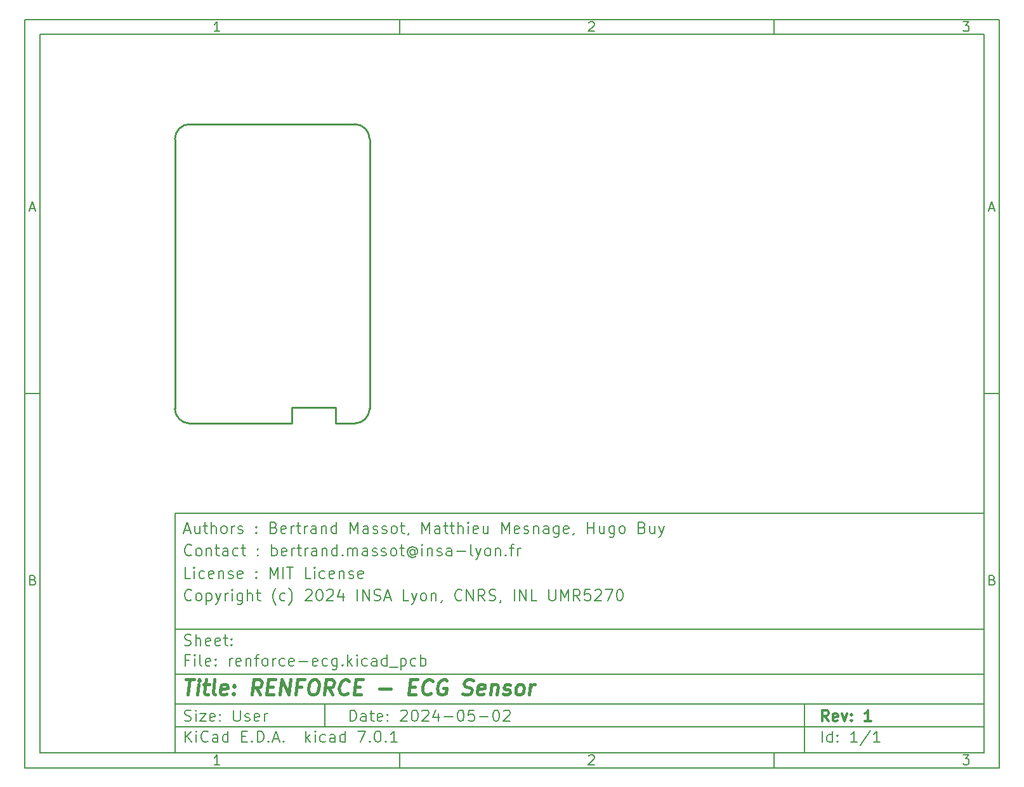
<source format=gbr>
%TF.GenerationSoftware,KiCad,Pcbnew,7.0.1*%
%TF.CreationDate,2024-08-21T14:43:31+02:00*%
%TF.ProjectId,renforce-ecg,72656e66-6f72-4636-952d-6563672e6b69,1*%
%TF.SameCoordinates,Original*%
%TF.FileFunction,Profile,NP*%
%FSLAX46Y46*%
G04 Gerber Fmt 4.6, Leading zero omitted, Abs format (unit mm)*
G04 Created by KiCad (PCBNEW 7.0.1) date 2024-08-21 14:43:31*
%MOMM*%
%LPD*%
G01*
G04 APERTURE LIST*
%ADD10C,0.100000*%
%ADD11C,0.150000*%
%ADD12C,0.300000*%
%ADD13C,0.400000*%
%TA.AperFunction,Profile*%
%ADD14C,0.254000*%
%TD*%
G04 APERTURE END LIST*
D10*
D11*
X30012400Y-75989600D02*
X138012400Y-75989600D01*
X138012400Y-107989600D01*
X30012400Y-107989600D01*
X30012400Y-75989600D01*
D10*
D11*
X10000000Y-10000000D02*
X140012400Y-10000000D01*
X140012400Y-109989600D01*
X10000000Y-109989600D01*
X10000000Y-10000000D01*
D10*
D11*
X12000000Y-12000000D02*
X138012400Y-12000000D01*
X138012400Y-107989600D01*
X12000000Y-107989600D01*
X12000000Y-12000000D01*
D10*
D11*
X60000000Y-12000000D02*
X60000000Y-10000000D01*
D10*
D11*
X110000000Y-12000000D02*
X110000000Y-10000000D01*
D10*
D11*
X35990476Y-11601404D02*
X35247619Y-11601404D01*
X35619047Y-11601404D02*
X35619047Y-10301404D01*
X35619047Y-10301404D02*
X35495238Y-10487119D01*
X35495238Y-10487119D02*
X35371428Y-10610928D01*
X35371428Y-10610928D02*
X35247619Y-10672833D01*
D10*
D11*
X85247619Y-10425214D02*
X85309523Y-10363309D01*
X85309523Y-10363309D02*
X85433333Y-10301404D01*
X85433333Y-10301404D02*
X85742857Y-10301404D01*
X85742857Y-10301404D02*
X85866666Y-10363309D01*
X85866666Y-10363309D02*
X85928571Y-10425214D01*
X85928571Y-10425214D02*
X85990476Y-10549023D01*
X85990476Y-10549023D02*
X85990476Y-10672833D01*
X85990476Y-10672833D02*
X85928571Y-10858547D01*
X85928571Y-10858547D02*
X85185714Y-11601404D01*
X85185714Y-11601404D02*
X85990476Y-11601404D01*
D10*
D11*
X135185714Y-10301404D02*
X135990476Y-10301404D01*
X135990476Y-10301404D02*
X135557142Y-10796642D01*
X135557142Y-10796642D02*
X135742857Y-10796642D01*
X135742857Y-10796642D02*
X135866666Y-10858547D01*
X135866666Y-10858547D02*
X135928571Y-10920452D01*
X135928571Y-10920452D02*
X135990476Y-11044261D01*
X135990476Y-11044261D02*
X135990476Y-11353785D01*
X135990476Y-11353785D02*
X135928571Y-11477595D01*
X135928571Y-11477595D02*
X135866666Y-11539500D01*
X135866666Y-11539500D02*
X135742857Y-11601404D01*
X135742857Y-11601404D02*
X135371428Y-11601404D01*
X135371428Y-11601404D02*
X135247619Y-11539500D01*
X135247619Y-11539500D02*
X135185714Y-11477595D01*
D10*
D11*
X60000000Y-107989600D02*
X60000000Y-109989600D01*
D10*
D11*
X110000000Y-107989600D02*
X110000000Y-109989600D01*
D10*
D11*
X35990476Y-109591004D02*
X35247619Y-109591004D01*
X35619047Y-109591004D02*
X35619047Y-108291004D01*
X35619047Y-108291004D02*
X35495238Y-108476719D01*
X35495238Y-108476719D02*
X35371428Y-108600528D01*
X35371428Y-108600528D02*
X35247619Y-108662433D01*
D10*
D11*
X85247619Y-108414814D02*
X85309523Y-108352909D01*
X85309523Y-108352909D02*
X85433333Y-108291004D01*
X85433333Y-108291004D02*
X85742857Y-108291004D01*
X85742857Y-108291004D02*
X85866666Y-108352909D01*
X85866666Y-108352909D02*
X85928571Y-108414814D01*
X85928571Y-108414814D02*
X85990476Y-108538623D01*
X85990476Y-108538623D02*
X85990476Y-108662433D01*
X85990476Y-108662433D02*
X85928571Y-108848147D01*
X85928571Y-108848147D02*
X85185714Y-109591004D01*
X85185714Y-109591004D02*
X85990476Y-109591004D01*
D10*
D11*
X135185714Y-108291004D02*
X135990476Y-108291004D01*
X135990476Y-108291004D02*
X135557142Y-108786242D01*
X135557142Y-108786242D02*
X135742857Y-108786242D01*
X135742857Y-108786242D02*
X135866666Y-108848147D01*
X135866666Y-108848147D02*
X135928571Y-108910052D01*
X135928571Y-108910052D02*
X135990476Y-109033861D01*
X135990476Y-109033861D02*
X135990476Y-109343385D01*
X135990476Y-109343385D02*
X135928571Y-109467195D01*
X135928571Y-109467195D02*
X135866666Y-109529100D01*
X135866666Y-109529100D02*
X135742857Y-109591004D01*
X135742857Y-109591004D02*
X135371428Y-109591004D01*
X135371428Y-109591004D02*
X135247619Y-109529100D01*
X135247619Y-109529100D02*
X135185714Y-109467195D01*
D10*
D11*
X10000000Y-60000000D02*
X12000000Y-60000000D01*
D10*
D11*
X10690476Y-35229976D02*
X11309523Y-35229976D01*
X10566666Y-35601404D02*
X10999999Y-34301404D01*
X10999999Y-34301404D02*
X11433333Y-35601404D01*
D10*
D11*
X11092857Y-84920452D02*
X11278571Y-84982357D01*
X11278571Y-84982357D02*
X11340476Y-85044261D01*
X11340476Y-85044261D02*
X11402380Y-85168071D01*
X11402380Y-85168071D02*
X11402380Y-85353785D01*
X11402380Y-85353785D02*
X11340476Y-85477595D01*
X11340476Y-85477595D02*
X11278571Y-85539500D01*
X11278571Y-85539500D02*
X11154761Y-85601404D01*
X11154761Y-85601404D02*
X10659523Y-85601404D01*
X10659523Y-85601404D02*
X10659523Y-84301404D01*
X10659523Y-84301404D02*
X11092857Y-84301404D01*
X11092857Y-84301404D02*
X11216666Y-84363309D01*
X11216666Y-84363309D02*
X11278571Y-84425214D01*
X11278571Y-84425214D02*
X11340476Y-84549023D01*
X11340476Y-84549023D02*
X11340476Y-84672833D01*
X11340476Y-84672833D02*
X11278571Y-84796642D01*
X11278571Y-84796642D02*
X11216666Y-84858547D01*
X11216666Y-84858547D02*
X11092857Y-84920452D01*
X11092857Y-84920452D02*
X10659523Y-84920452D01*
D10*
D11*
X140012400Y-60000000D02*
X138012400Y-60000000D01*
D10*
D11*
X138702876Y-35229976D02*
X139321923Y-35229976D01*
X138579066Y-35601404D02*
X139012399Y-34301404D01*
X139012399Y-34301404D02*
X139445733Y-35601404D01*
D10*
D11*
X139105257Y-84920452D02*
X139290971Y-84982357D01*
X139290971Y-84982357D02*
X139352876Y-85044261D01*
X139352876Y-85044261D02*
X139414780Y-85168071D01*
X139414780Y-85168071D02*
X139414780Y-85353785D01*
X139414780Y-85353785D02*
X139352876Y-85477595D01*
X139352876Y-85477595D02*
X139290971Y-85539500D01*
X139290971Y-85539500D02*
X139167161Y-85601404D01*
X139167161Y-85601404D02*
X138671923Y-85601404D01*
X138671923Y-85601404D02*
X138671923Y-84301404D01*
X138671923Y-84301404D02*
X139105257Y-84301404D01*
X139105257Y-84301404D02*
X139229066Y-84363309D01*
X139229066Y-84363309D02*
X139290971Y-84425214D01*
X139290971Y-84425214D02*
X139352876Y-84549023D01*
X139352876Y-84549023D02*
X139352876Y-84672833D01*
X139352876Y-84672833D02*
X139290971Y-84796642D01*
X139290971Y-84796642D02*
X139229066Y-84858547D01*
X139229066Y-84858547D02*
X139105257Y-84920452D01*
X139105257Y-84920452D02*
X138671923Y-84920452D01*
D10*
D11*
X53369542Y-103783528D02*
X53369542Y-102283528D01*
X53369542Y-102283528D02*
X53726685Y-102283528D01*
X53726685Y-102283528D02*
X53940971Y-102354957D01*
X53940971Y-102354957D02*
X54083828Y-102497814D01*
X54083828Y-102497814D02*
X54155257Y-102640671D01*
X54155257Y-102640671D02*
X54226685Y-102926385D01*
X54226685Y-102926385D02*
X54226685Y-103140671D01*
X54226685Y-103140671D02*
X54155257Y-103426385D01*
X54155257Y-103426385D02*
X54083828Y-103569242D01*
X54083828Y-103569242D02*
X53940971Y-103712100D01*
X53940971Y-103712100D02*
X53726685Y-103783528D01*
X53726685Y-103783528D02*
X53369542Y-103783528D01*
X55512400Y-103783528D02*
X55512400Y-102997814D01*
X55512400Y-102997814D02*
X55440971Y-102854957D01*
X55440971Y-102854957D02*
X55298114Y-102783528D01*
X55298114Y-102783528D02*
X55012400Y-102783528D01*
X55012400Y-102783528D02*
X54869542Y-102854957D01*
X55512400Y-103712100D02*
X55369542Y-103783528D01*
X55369542Y-103783528D02*
X55012400Y-103783528D01*
X55012400Y-103783528D02*
X54869542Y-103712100D01*
X54869542Y-103712100D02*
X54798114Y-103569242D01*
X54798114Y-103569242D02*
X54798114Y-103426385D01*
X54798114Y-103426385D02*
X54869542Y-103283528D01*
X54869542Y-103283528D02*
X55012400Y-103212100D01*
X55012400Y-103212100D02*
X55369542Y-103212100D01*
X55369542Y-103212100D02*
X55512400Y-103140671D01*
X56012400Y-102783528D02*
X56583828Y-102783528D01*
X56226685Y-102283528D02*
X56226685Y-103569242D01*
X56226685Y-103569242D02*
X56298114Y-103712100D01*
X56298114Y-103712100D02*
X56440971Y-103783528D01*
X56440971Y-103783528D02*
X56583828Y-103783528D01*
X57655257Y-103712100D02*
X57512400Y-103783528D01*
X57512400Y-103783528D02*
X57226686Y-103783528D01*
X57226686Y-103783528D02*
X57083828Y-103712100D01*
X57083828Y-103712100D02*
X57012400Y-103569242D01*
X57012400Y-103569242D02*
X57012400Y-102997814D01*
X57012400Y-102997814D02*
X57083828Y-102854957D01*
X57083828Y-102854957D02*
X57226686Y-102783528D01*
X57226686Y-102783528D02*
X57512400Y-102783528D01*
X57512400Y-102783528D02*
X57655257Y-102854957D01*
X57655257Y-102854957D02*
X57726686Y-102997814D01*
X57726686Y-102997814D02*
X57726686Y-103140671D01*
X57726686Y-103140671D02*
X57012400Y-103283528D01*
X58369542Y-103640671D02*
X58440971Y-103712100D01*
X58440971Y-103712100D02*
X58369542Y-103783528D01*
X58369542Y-103783528D02*
X58298114Y-103712100D01*
X58298114Y-103712100D02*
X58369542Y-103640671D01*
X58369542Y-103640671D02*
X58369542Y-103783528D01*
X58369542Y-102854957D02*
X58440971Y-102926385D01*
X58440971Y-102926385D02*
X58369542Y-102997814D01*
X58369542Y-102997814D02*
X58298114Y-102926385D01*
X58298114Y-102926385D02*
X58369542Y-102854957D01*
X58369542Y-102854957D02*
X58369542Y-102997814D01*
X60155257Y-102426385D02*
X60226685Y-102354957D01*
X60226685Y-102354957D02*
X60369543Y-102283528D01*
X60369543Y-102283528D02*
X60726685Y-102283528D01*
X60726685Y-102283528D02*
X60869543Y-102354957D01*
X60869543Y-102354957D02*
X60940971Y-102426385D01*
X60940971Y-102426385D02*
X61012400Y-102569242D01*
X61012400Y-102569242D02*
X61012400Y-102712100D01*
X61012400Y-102712100D02*
X60940971Y-102926385D01*
X60940971Y-102926385D02*
X60083828Y-103783528D01*
X60083828Y-103783528D02*
X61012400Y-103783528D01*
X61940971Y-102283528D02*
X62083828Y-102283528D01*
X62083828Y-102283528D02*
X62226685Y-102354957D01*
X62226685Y-102354957D02*
X62298114Y-102426385D01*
X62298114Y-102426385D02*
X62369542Y-102569242D01*
X62369542Y-102569242D02*
X62440971Y-102854957D01*
X62440971Y-102854957D02*
X62440971Y-103212100D01*
X62440971Y-103212100D02*
X62369542Y-103497814D01*
X62369542Y-103497814D02*
X62298114Y-103640671D01*
X62298114Y-103640671D02*
X62226685Y-103712100D01*
X62226685Y-103712100D02*
X62083828Y-103783528D01*
X62083828Y-103783528D02*
X61940971Y-103783528D01*
X61940971Y-103783528D02*
X61798114Y-103712100D01*
X61798114Y-103712100D02*
X61726685Y-103640671D01*
X61726685Y-103640671D02*
X61655256Y-103497814D01*
X61655256Y-103497814D02*
X61583828Y-103212100D01*
X61583828Y-103212100D02*
X61583828Y-102854957D01*
X61583828Y-102854957D02*
X61655256Y-102569242D01*
X61655256Y-102569242D02*
X61726685Y-102426385D01*
X61726685Y-102426385D02*
X61798114Y-102354957D01*
X61798114Y-102354957D02*
X61940971Y-102283528D01*
X63012399Y-102426385D02*
X63083827Y-102354957D01*
X63083827Y-102354957D02*
X63226685Y-102283528D01*
X63226685Y-102283528D02*
X63583827Y-102283528D01*
X63583827Y-102283528D02*
X63726685Y-102354957D01*
X63726685Y-102354957D02*
X63798113Y-102426385D01*
X63798113Y-102426385D02*
X63869542Y-102569242D01*
X63869542Y-102569242D02*
X63869542Y-102712100D01*
X63869542Y-102712100D02*
X63798113Y-102926385D01*
X63798113Y-102926385D02*
X62940970Y-103783528D01*
X62940970Y-103783528D02*
X63869542Y-103783528D01*
X65155256Y-102783528D02*
X65155256Y-103783528D01*
X64798113Y-102212100D02*
X64440970Y-103283528D01*
X64440970Y-103283528D02*
X65369541Y-103283528D01*
X65940969Y-103212100D02*
X67083827Y-103212100D01*
X68083827Y-102283528D02*
X68226684Y-102283528D01*
X68226684Y-102283528D02*
X68369541Y-102354957D01*
X68369541Y-102354957D02*
X68440970Y-102426385D01*
X68440970Y-102426385D02*
X68512398Y-102569242D01*
X68512398Y-102569242D02*
X68583827Y-102854957D01*
X68583827Y-102854957D02*
X68583827Y-103212100D01*
X68583827Y-103212100D02*
X68512398Y-103497814D01*
X68512398Y-103497814D02*
X68440970Y-103640671D01*
X68440970Y-103640671D02*
X68369541Y-103712100D01*
X68369541Y-103712100D02*
X68226684Y-103783528D01*
X68226684Y-103783528D02*
X68083827Y-103783528D01*
X68083827Y-103783528D02*
X67940970Y-103712100D01*
X67940970Y-103712100D02*
X67869541Y-103640671D01*
X67869541Y-103640671D02*
X67798112Y-103497814D01*
X67798112Y-103497814D02*
X67726684Y-103212100D01*
X67726684Y-103212100D02*
X67726684Y-102854957D01*
X67726684Y-102854957D02*
X67798112Y-102569242D01*
X67798112Y-102569242D02*
X67869541Y-102426385D01*
X67869541Y-102426385D02*
X67940970Y-102354957D01*
X67940970Y-102354957D02*
X68083827Y-102283528D01*
X69940969Y-102283528D02*
X69226683Y-102283528D01*
X69226683Y-102283528D02*
X69155255Y-102997814D01*
X69155255Y-102997814D02*
X69226683Y-102926385D01*
X69226683Y-102926385D02*
X69369541Y-102854957D01*
X69369541Y-102854957D02*
X69726683Y-102854957D01*
X69726683Y-102854957D02*
X69869541Y-102926385D01*
X69869541Y-102926385D02*
X69940969Y-102997814D01*
X69940969Y-102997814D02*
X70012398Y-103140671D01*
X70012398Y-103140671D02*
X70012398Y-103497814D01*
X70012398Y-103497814D02*
X69940969Y-103640671D01*
X69940969Y-103640671D02*
X69869541Y-103712100D01*
X69869541Y-103712100D02*
X69726683Y-103783528D01*
X69726683Y-103783528D02*
X69369541Y-103783528D01*
X69369541Y-103783528D02*
X69226683Y-103712100D01*
X69226683Y-103712100D02*
X69155255Y-103640671D01*
X70655254Y-103212100D02*
X71798112Y-103212100D01*
X72798112Y-102283528D02*
X72940969Y-102283528D01*
X72940969Y-102283528D02*
X73083826Y-102354957D01*
X73083826Y-102354957D02*
X73155255Y-102426385D01*
X73155255Y-102426385D02*
X73226683Y-102569242D01*
X73226683Y-102569242D02*
X73298112Y-102854957D01*
X73298112Y-102854957D02*
X73298112Y-103212100D01*
X73298112Y-103212100D02*
X73226683Y-103497814D01*
X73226683Y-103497814D02*
X73155255Y-103640671D01*
X73155255Y-103640671D02*
X73083826Y-103712100D01*
X73083826Y-103712100D02*
X72940969Y-103783528D01*
X72940969Y-103783528D02*
X72798112Y-103783528D01*
X72798112Y-103783528D02*
X72655255Y-103712100D01*
X72655255Y-103712100D02*
X72583826Y-103640671D01*
X72583826Y-103640671D02*
X72512397Y-103497814D01*
X72512397Y-103497814D02*
X72440969Y-103212100D01*
X72440969Y-103212100D02*
X72440969Y-102854957D01*
X72440969Y-102854957D02*
X72512397Y-102569242D01*
X72512397Y-102569242D02*
X72583826Y-102426385D01*
X72583826Y-102426385D02*
X72655255Y-102354957D01*
X72655255Y-102354957D02*
X72798112Y-102283528D01*
X73869540Y-102426385D02*
X73940968Y-102354957D01*
X73940968Y-102354957D02*
X74083826Y-102283528D01*
X74083826Y-102283528D02*
X74440968Y-102283528D01*
X74440968Y-102283528D02*
X74583826Y-102354957D01*
X74583826Y-102354957D02*
X74655254Y-102426385D01*
X74655254Y-102426385D02*
X74726683Y-102569242D01*
X74726683Y-102569242D02*
X74726683Y-102712100D01*
X74726683Y-102712100D02*
X74655254Y-102926385D01*
X74655254Y-102926385D02*
X73798111Y-103783528D01*
X73798111Y-103783528D02*
X74726683Y-103783528D01*
D10*
D11*
X30012400Y-104489600D02*
X138012400Y-104489600D01*
D10*
D11*
X31369542Y-106583528D02*
X31369542Y-105083528D01*
X32226685Y-106583528D02*
X31583828Y-105726385D01*
X32226685Y-105083528D02*
X31369542Y-105940671D01*
X32869542Y-106583528D02*
X32869542Y-105583528D01*
X32869542Y-105083528D02*
X32798114Y-105154957D01*
X32798114Y-105154957D02*
X32869542Y-105226385D01*
X32869542Y-105226385D02*
X32940971Y-105154957D01*
X32940971Y-105154957D02*
X32869542Y-105083528D01*
X32869542Y-105083528D02*
X32869542Y-105226385D01*
X34440971Y-106440671D02*
X34369543Y-106512100D01*
X34369543Y-106512100D02*
X34155257Y-106583528D01*
X34155257Y-106583528D02*
X34012400Y-106583528D01*
X34012400Y-106583528D02*
X33798114Y-106512100D01*
X33798114Y-106512100D02*
X33655257Y-106369242D01*
X33655257Y-106369242D02*
X33583828Y-106226385D01*
X33583828Y-106226385D02*
X33512400Y-105940671D01*
X33512400Y-105940671D02*
X33512400Y-105726385D01*
X33512400Y-105726385D02*
X33583828Y-105440671D01*
X33583828Y-105440671D02*
X33655257Y-105297814D01*
X33655257Y-105297814D02*
X33798114Y-105154957D01*
X33798114Y-105154957D02*
X34012400Y-105083528D01*
X34012400Y-105083528D02*
X34155257Y-105083528D01*
X34155257Y-105083528D02*
X34369543Y-105154957D01*
X34369543Y-105154957D02*
X34440971Y-105226385D01*
X35726686Y-106583528D02*
X35726686Y-105797814D01*
X35726686Y-105797814D02*
X35655257Y-105654957D01*
X35655257Y-105654957D02*
X35512400Y-105583528D01*
X35512400Y-105583528D02*
X35226686Y-105583528D01*
X35226686Y-105583528D02*
X35083828Y-105654957D01*
X35726686Y-106512100D02*
X35583828Y-106583528D01*
X35583828Y-106583528D02*
X35226686Y-106583528D01*
X35226686Y-106583528D02*
X35083828Y-106512100D01*
X35083828Y-106512100D02*
X35012400Y-106369242D01*
X35012400Y-106369242D02*
X35012400Y-106226385D01*
X35012400Y-106226385D02*
X35083828Y-106083528D01*
X35083828Y-106083528D02*
X35226686Y-106012100D01*
X35226686Y-106012100D02*
X35583828Y-106012100D01*
X35583828Y-106012100D02*
X35726686Y-105940671D01*
X37083829Y-106583528D02*
X37083829Y-105083528D01*
X37083829Y-106512100D02*
X36940971Y-106583528D01*
X36940971Y-106583528D02*
X36655257Y-106583528D01*
X36655257Y-106583528D02*
X36512400Y-106512100D01*
X36512400Y-106512100D02*
X36440971Y-106440671D01*
X36440971Y-106440671D02*
X36369543Y-106297814D01*
X36369543Y-106297814D02*
X36369543Y-105869242D01*
X36369543Y-105869242D02*
X36440971Y-105726385D01*
X36440971Y-105726385D02*
X36512400Y-105654957D01*
X36512400Y-105654957D02*
X36655257Y-105583528D01*
X36655257Y-105583528D02*
X36940971Y-105583528D01*
X36940971Y-105583528D02*
X37083829Y-105654957D01*
X38940971Y-105797814D02*
X39440971Y-105797814D01*
X39655257Y-106583528D02*
X38940971Y-106583528D01*
X38940971Y-106583528D02*
X38940971Y-105083528D01*
X38940971Y-105083528D02*
X39655257Y-105083528D01*
X40298114Y-106440671D02*
X40369543Y-106512100D01*
X40369543Y-106512100D02*
X40298114Y-106583528D01*
X40298114Y-106583528D02*
X40226686Y-106512100D01*
X40226686Y-106512100D02*
X40298114Y-106440671D01*
X40298114Y-106440671D02*
X40298114Y-106583528D01*
X41012400Y-106583528D02*
X41012400Y-105083528D01*
X41012400Y-105083528D02*
X41369543Y-105083528D01*
X41369543Y-105083528D02*
X41583829Y-105154957D01*
X41583829Y-105154957D02*
X41726686Y-105297814D01*
X41726686Y-105297814D02*
X41798115Y-105440671D01*
X41798115Y-105440671D02*
X41869543Y-105726385D01*
X41869543Y-105726385D02*
X41869543Y-105940671D01*
X41869543Y-105940671D02*
X41798115Y-106226385D01*
X41798115Y-106226385D02*
X41726686Y-106369242D01*
X41726686Y-106369242D02*
X41583829Y-106512100D01*
X41583829Y-106512100D02*
X41369543Y-106583528D01*
X41369543Y-106583528D02*
X41012400Y-106583528D01*
X42512400Y-106440671D02*
X42583829Y-106512100D01*
X42583829Y-106512100D02*
X42512400Y-106583528D01*
X42512400Y-106583528D02*
X42440972Y-106512100D01*
X42440972Y-106512100D02*
X42512400Y-106440671D01*
X42512400Y-106440671D02*
X42512400Y-106583528D01*
X43155258Y-106154957D02*
X43869544Y-106154957D01*
X43012401Y-106583528D02*
X43512401Y-105083528D01*
X43512401Y-105083528D02*
X44012401Y-106583528D01*
X44512400Y-106440671D02*
X44583829Y-106512100D01*
X44583829Y-106512100D02*
X44512400Y-106583528D01*
X44512400Y-106583528D02*
X44440972Y-106512100D01*
X44440972Y-106512100D02*
X44512400Y-106440671D01*
X44512400Y-106440671D02*
X44512400Y-106583528D01*
X47512400Y-106583528D02*
X47512400Y-105083528D01*
X47655258Y-106012100D02*
X48083829Y-106583528D01*
X48083829Y-105583528D02*
X47512400Y-106154957D01*
X48726686Y-106583528D02*
X48726686Y-105583528D01*
X48726686Y-105083528D02*
X48655258Y-105154957D01*
X48655258Y-105154957D02*
X48726686Y-105226385D01*
X48726686Y-105226385D02*
X48798115Y-105154957D01*
X48798115Y-105154957D02*
X48726686Y-105083528D01*
X48726686Y-105083528D02*
X48726686Y-105226385D01*
X50083830Y-106512100D02*
X49940972Y-106583528D01*
X49940972Y-106583528D02*
X49655258Y-106583528D01*
X49655258Y-106583528D02*
X49512401Y-106512100D01*
X49512401Y-106512100D02*
X49440972Y-106440671D01*
X49440972Y-106440671D02*
X49369544Y-106297814D01*
X49369544Y-106297814D02*
X49369544Y-105869242D01*
X49369544Y-105869242D02*
X49440972Y-105726385D01*
X49440972Y-105726385D02*
X49512401Y-105654957D01*
X49512401Y-105654957D02*
X49655258Y-105583528D01*
X49655258Y-105583528D02*
X49940972Y-105583528D01*
X49940972Y-105583528D02*
X50083830Y-105654957D01*
X51369544Y-106583528D02*
X51369544Y-105797814D01*
X51369544Y-105797814D02*
X51298115Y-105654957D01*
X51298115Y-105654957D02*
X51155258Y-105583528D01*
X51155258Y-105583528D02*
X50869544Y-105583528D01*
X50869544Y-105583528D02*
X50726686Y-105654957D01*
X51369544Y-106512100D02*
X51226686Y-106583528D01*
X51226686Y-106583528D02*
X50869544Y-106583528D01*
X50869544Y-106583528D02*
X50726686Y-106512100D01*
X50726686Y-106512100D02*
X50655258Y-106369242D01*
X50655258Y-106369242D02*
X50655258Y-106226385D01*
X50655258Y-106226385D02*
X50726686Y-106083528D01*
X50726686Y-106083528D02*
X50869544Y-106012100D01*
X50869544Y-106012100D02*
X51226686Y-106012100D01*
X51226686Y-106012100D02*
X51369544Y-105940671D01*
X52726687Y-106583528D02*
X52726687Y-105083528D01*
X52726687Y-106512100D02*
X52583829Y-106583528D01*
X52583829Y-106583528D02*
X52298115Y-106583528D01*
X52298115Y-106583528D02*
X52155258Y-106512100D01*
X52155258Y-106512100D02*
X52083829Y-106440671D01*
X52083829Y-106440671D02*
X52012401Y-106297814D01*
X52012401Y-106297814D02*
X52012401Y-105869242D01*
X52012401Y-105869242D02*
X52083829Y-105726385D01*
X52083829Y-105726385D02*
X52155258Y-105654957D01*
X52155258Y-105654957D02*
X52298115Y-105583528D01*
X52298115Y-105583528D02*
X52583829Y-105583528D01*
X52583829Y-105583528D02*
X52726687Y-105654957D01*
X54440972Y-105083528D02*
X55440972Y-105083528D01*
X55440972Y-105083528D02*
X54798115Y-106583528D01*
X56012400Y-106440671D02*
X56083829Y-106512100D01*
X56083829Y-106512100D02*
X56012400Y-106583528D01*
X56012400Y-106583528D02*
X55940972Y-106512100D01*
X55940972Y-106512100D02*
X56012400Y-106440671D01*
X56012400Y-106440671D02*
X56012400Y-106583528D01*
X57012401Y-105083528D02*
X57155258Y-105083528D01*
X57155258Y-105083528D02*
X57298115Y-105154957D01*
X57298115Y-105154957D02*
X57369544Y-105226385D01*
X57369544Y-105226385D02*
X57440972Y-105369242D01*
X57440972Y-105369242D02*
X57512401Y-105654957D01*
X57512401Y-105654957D02*
X57512401Y-106012100D01*
X57512401Y-106012100D02*
X57440972Y-106297814D01*
X57440972Y-106297814D02*
X57369544Y-106440671D01*
X57369544Y-106440671D02*
X57298115Y-106512100D01*
X57298115Y-106512100D02*
X57155258Y-106583528D01*
X57155258Y-106583528D02*
X57012401Y-106583528D01*
X57012401Y-106583528D02*
X56869544Y-106512100D01*
X56869544Y-106512100D02*
X56798115Y-106440671D01*
X56798115Y-106440671D02*
X56726686Y-106297814D01*
X56726686Y-106297814D02*
X56655258Y-106012100D01*
X56655258Y-106012100D02*
X56655258Y-105654957D01*
X56655258Y-105654957D02*
X56726686Y-105369242D01*
X56726686Y-105369242D02*
X56798115Y-105226385D01*
X56798115Y-105226385D02*
X56869544Y-105154957D01*
X56869544Y-105154957D02*
X57012401Y-105083528D01*
X58155257Y-106440671D02*
X58226686Y-106512100D01*
X58226686Y-106512100D02*
X58155257Y-106583528D01*
X58155257Y-106583528D02*
X58083829Y-106512100D01*
X58083829Y-106512100D02*
X58155257Y-106440671D01*
X58155257Y-106440671D02*
X58155257Y-106583528D01*
X59655258Y-106583528D02*
X58798115Y-106583528D01*
X59226686Y-106583528D02*
X59226686Y-105083528D01*
X59226686Y-105083528D02*
X59083829Y-105297814D01*
X59083829Y-105297814D02*
X58940972Y-105440671D01*
X58940972Y-105440671D02*
X58798115Y-105512100D01*
D10*
D11*
X30012400Y-101489600D02*
X138012400Y-101489600D01*
D10*
D12*
X117226685Y-103783528D02*
X116726685Y-103069242D01*
X116369542Y-103783528D02*
X116369542Y-102283528D01*
X116369542Y-102283528D02*
X116940971Y-102283528D01*
X116940971Y-102283528D02*
X117083828Y-102354957D01*
X117083828Y-102354957D02*
X117155257Y-102426385D01*
X117155257Y-102426385D02*
X117226685Y-102569242D01*
X117226685Y-102569242D02*
X117226685Y-102783528D01*
X117226685Y-102783528D02*
X117155257Y-102926385D01*
X117155257Y-102926385D02*
X117083828Y-102997814D01*
X117083828Y-102997814D02*
X116940971Y-103069242D01*
X116940971Y-103069242D02*
X116369542Y-103069242D01*
X118440971Y-103712100D02*
X118298114Y-103783528D01*
X118298114Y-103783528D02*
X118012400Y-103783528D01*
X118012400Y-103783528D02*
X117869542Y-103712100D01*
X117869542Y-103712100D02*
X117798114Y-103569242D01*
X117798114Y-103569242D02*
X117798114Y-102997814D01*
X117798114Y-102997814D02*
X117869542Y-102854957D01*
X117869542Y-102854957D02*
X118012400Y-102783528D01*
X118012400Y-102783528D02*
X118298114Y-102783528D01*
X118298114Y-102783528D02*
X118440971Y-102854957D01*
X118440971Y-102854957D02*
X118512400Y-102997814D01*
X118512400Y-102997814D02*
X118512400Y-103140671D01*
X118512400Y-103140671D02*
X117798114Y-103283528D01*
X119012399Y-102783528D02*
X119369542Y-103783528D01*
X119369542Y-103783528D02*
X119726685Y-102783528D01*
X120298113Y-103640671D02*
X120369542Y-103712100D01*
X120369542Y-103712100D02*
X120298113Y-103783528D01*
X120298113Y-103783528D02*
X120226685Y-103712100D01*
X120226685Y-103712100D02*
X120298113Y-103640671D01*
X120298113Y-103640671D02*
X120298113Y-103783528D01*
X120298113Y-102854957D02*
X120369542Y-102926385D01*
X120369542Y-102926385D02*
X120298113Y-102997814D01*
X120298113Y-102997814D02*
X120226685Y-102926385D01*
X120226685Y-102926385D02*
X120298113Y-102854957D01*
X120298113Y-102854957D02*
X120298113Y-102997814D01*
X122940971Y-103783528D02*
X122083828Y-103783528D01*
X122512399Y-103783528D02*
X122512399Y-102283528D01*
X122512399Y-102283528D02*
X122369542Y-102497814D01*
X122369542Y-102497814D02*
X122226685Y-102640671D01*
X122226685Y-102640671D02*
X122083828Y-102712100D01*
D10*
D11*
X31298114Y-103712100D02*
X31512400Y-103783528D01*
X31512400Y-103783528D02*
X31869542Y-103783528D01*
X31869542Y-103783528D02*
X32012400Y-103712100D01*
X32012400Y-103712100D02*
X32083828Y-103640671D01*
X32083828Y-103640671D02*
X32155257Y-103497814D01*
X32155257Y-103497814D02*
X32155257Y-103354957D01*
X32155257Y-103354957D02*
X32083828Y-103212100D01*
X32083828Y-103212100D02*
X32012400Y-103140671D01*
X32012400Y-103140671D02*
X31869542Y-103069242D01*
X31869542Y-103069242D02*
X31583828Y-102997814D01*
X31583828Y-102997814D02*
X31440971Y-102926385D01*
X31440971Y-102926385D02*
X31369542Y-102854957D01*
X31369542Y-102854957D02*
X31298114Y-102712100D01*
X31298114Y-102712100D02*
X31298114Y-102569242D01*
X31298114Y-102569242D02*
X31369542Y-102426385D01*
X31369542Y-102426385D02*
X31440971Y-102354957D01*
X31440971Y-102354957D02*
X31583828Y-102283528D01*
X31583828Y-102283528D02*
X31940971Y-102283528D01*
X31940971Y-102283528D02*
X32155257Y-102354957D01*
X32798113Y-103783528D02*
X32798113Y-102783528D01*
X32798113Y-102283528D02*
X32726685Y-102354957D01*
X32726685Y-102354957D02*
X32798113Y-102426385D01*
X32798113Y-102426385D02*
X32869542Y-102354957D01*
X32869542Y-102354957D02*
X32798113Y-102283528D01*
X32798113Y-102283528D02*
X32798113Y-102426385D01*
X33369542Y-102783528D02*
X34155257Y-102783528D01*
X34155257Y-102783528D02*
X33369542Y-103783528D01*
X33369542Y-103783528D02*
X34155257Y-103783528D01*
X35298114Y-103712100D02*
X35155257Y-103783528D01*
X35155257Y-103783528D02*
X34869543Y-103783528D01*
X34869543Y-103783528D02*
X34726685Y-103712100D01*
X34726685Y-103712100D02*
X34655257Y-103569242D01*
X34655257Y-103569242D02*
X34655257Y-102997814D01*
X34655257Y-102997814D02*
X34726685Y-102854957D01*
X34726685Y-102854957D02*
X34869543Y-102783528D01*
X34869543Y-102783528D02*
X35155257Y-102783528D01*
X35155257Y-102783528D02*
X35298114Y-102854957D01*
X35298114Y-102854957D02*
X35369543Y-102997814D01*
X35369543Y-102997814D02*
X35369543Y-103140671D01*
X35369543Y-103140671D02*
X34655257Y-103283528D01*
X36012399Y-103640671D02*
X36083828Y-103712100D01*
X36083828Y-103712100D02*
X36012399Y-103783528D01*
X36012399Y-103783528D02*
X35940971Y-103712100D01*
X35940971Y-103712100D02*
X36012399Y-103640671D01*
X36012399Y-103640671D02*
X36012399Y-103783528D01*
X36012399Y-102854957D02*
X36083828Y-102926385D01*
X36083828Y-102926385D02*
X36012399Y-102997814D01*
X36012399Y-102997814D02*
X35940971Y-102926385D01*
X35940971Y-102926385D02*
X36012399Y-102854957D01*
X36012399Y-102854957D02*
X36012399Y-102997814D01*
X37869542Y-102283528D02*
X37869542Y-103497814D01*
X37869542Y-103497814D02*
X37940971Y-103640671D01*
X37940971Y-103640671D02*
X38012400Y-103712100D01*
X38012400Y-103712100D02*
X38155257Y-103783528D01*
X38155257Y-103783528D02*
X38440971Y-103783528D01*
X38440971Y-103783528D02*
X38583828Y-103712100D01*
X38583828Y-103712100D02*
X38655257Y-103640671D01*
X38655257Y-103640671D02*
X38726685Y-103497814D01*
X38726685Y-103497814D02*
X38726685Y-102283528D01*
X39369543Y-103712100D02*
X39512400Y-103783528D01*
X39512400Y-103783528D02*
X39798114Y-103783528D01*
X39798114Y-103783528D02*
X39940971Y-103712100D01*
X39940971Y-103712100D02*
X40012400Y-103569242D01*
X40012400Y-103569242D02*
X40012400Y-103497814D01*
X40012400Y-103497814D02*
X39940971Y-103354957D01*
X39940971Y-103354957D02*
X39798114Y-103283528D01*
X39798114Y-103283528D02*
X39583829Y-103283528D01*
X39583829Y-103283528D02*
X39440971Y-103212100D01*
X39440971Y-103212100D02*
X39369543Y-103069242D01*
X39369543Y-103069242D02*
X39369543Y-102997814D01*
X39369543Y-102997814D02*
X39440971Y-102854957D01*
X39440971Y-102854957D02*
X39583829Y-102783528D01*
X39583829Y-102783528D02*
X39798114Y-102783528D01*
X39798114Y-102783528D02*
X39940971Y-102854957D01*
X41226686Y-103712100D02*
X41083829Y-103783528D01*
X41083829Y-103783528D02*
X40798115Y-103783528D01*
X40798115Y-103783528D02*
X40655257Y-103712100D01*
X40655257Y-103712100D02*
X40583829Y-103569242D01*
X40583829Y-103569242D02*
X40583829Y-102997814D01*
X40583829Y-102997814D02*
X40655257Y-102854957D01*
X40655257Y-102854957D02*
X40798115Y-102783528D01*
X40798115Y-102783528D02*
X41083829Y-102783528D01*
X41083829Y-102783528D02*
X41226686Y-102854957D01*
X41226686Y-102854957D02*
X41298115Y-102997814D01*
X41298115Y-102997814D02*
X41298115Y-103140671D01*
X41298115Y-103140671D02*
X40583829Y-103283528D01*
X41940971Y-103783528D02*
X41940971Y-102783528D01*
X41940971Y-103069242D02*
X42012400Y-102926385D01*
X42012400Y-102926385D02*
X42083829Y-102854957D01*
X42083829Y-102854957D02*
X42226686Y-102783528D01*
X42226686Y-102783528D02*
X42369543Y-102783528D01*
D10*
D11*
X116369542Y-106583528D02*
X116369542Y-105083528D01*
X117726686Y-106583528D02*
X117726686Y-105083528D01*
X117726686Y-106512100D02*
X117583828Y-106583528D01*
X117583828Y-106583528D02*
X117298114Y-106583528D01*
X117298114Y-106583528D02*
X117155257Y-106512100D01*
X117155257Y-106512100D02*
X117083828Y-106440671D01*
X117083828Y-106440671D02*
X117012400Y-106297814D01*
X117012400Y-106297814D02*
X117012400Y-105869242D01*
X117012400Y-105869242D02*
X117083828Y-105726385D01*
X117083828Y-105726385D02*
X117155257Y-105654957D01*
X117155257Y-105654957D02*
X117298114Y-105583528D01*
X117298114Y-105583528D02*
X117583828Y-105583528D01*
X117583828Y-105583528D02*
X117726686Y-105654957D01*
X118440971Y-106440671D02*
X118512400Y-106512100D01*
X118512400Y-106512100D02*
X118440971Y-106583528D01*
X118440971Y-106583528D02*
X118369543Y-106512100D01*
X118369543Y-106512100D02*
X118440971Y-106440671D01*
X118440971Y-106440671D02*
X118440971Y-106583528D01*
X118440971Y-105654957D02*
X118512400Y-105726385D01*
X118512400Y-105726385D02*
X118440971Y-105797814D01*
X118440971Y-105797814D02*
X118369543Y-105726385D01*
X118369543Y-105726385D02*
X118440971Y-105654957D01*
X118440971Y-105654957D02*
X118440971Y-105797814D01*
X121083829Y-106583528D02*
X120226686Y-106583528D01*
X120655257Y-106583528D02*
X120655257Y-105083528D01*
X120655257Y-105083528D02*
X120512400Y-105297814D01*
X120512400Y-105297814D02*
X120369543Y-105440671D01*
X120369543Y-105440671D02*
X120226686Y-105512100D01*
X122798114Y-105012100D02*
X121512400Y-106940671D01*
X124083829Y-106583528D02*
X123226686Y-106583528D01*
X123655257Y-106583528D02*
X123655257Y-105083528D01*
X123655257Y-105083528D02*
X123512400Y-105297814D01*
X123512400Y-105297814D02*
X123369543Y-105440671D01*
X123369543Y-105440671D02*
X123226686Y-105512100D01*
D10*
D11*
X30012400Y-97489600D02*
X138012400Y-97489600D01*
D10*
D13*
X31440971Y-98214838D02*
X32583828Y-98214838D01*
X31762400Y-100214838D02*
X32012400Y-98214838D01*
X32988590Y-100214838D02*
X33155257Y-98881504D01*
X33238590Y-98214838D02*
X33131447Y-98310076D01*
X33131447Y-98310076D02*
X33214781Y-98405314D01*
X33214781Y-98405314D02*
X33321924Y-98310076D01*
X33321924Y-98310076D02*
X33238590Y-98214838D01*
X33238590Y-98214838D02*
X33214781Y-98405314D01*
X33810019Y-98881504D02*
X34571923Y-98881504D01*
X34179066Y-98214838D02*
X33964781Y-99929123D01*
X33964781Y-99929123D02*
X34036209Y-100119600D01*
X34036209Y-100119600D02*
X34214781Y-100214838D01*
X34214781Y-100214838D02*
X34405257Y-100214838D01*
X35345733Y-100214838D02*
X35167161Y-100119600D01*
X35167161Y-100119600D02*
X35095733Y-99929123D01*
X35095733Y-99929123D02*
X35310018Y-98214838D01*
X36869542Y-100119600D02*
X36667161Y-100214838D01*
X36667161Y-100214838D02*
X36286208Y-100214838D01*
X36286208Y-100214838D02*
X36107637Y-100119600D01*
X36107637Y-100119600D02*
X36036208Y-99929123D01*
X36036208Y-99929123D02*
X36131447Y-99167219D01*
X36131447Y-99167219D02*
X36250494Y-98976742D01*
X36250494Y-98976742D02*
X36452875Y-98881504D01*
X36452875Y-98881504D02*
X36833827Y-98881504D01*
X36833827Y-98881504D02*
X37012399Y-98976742D01*
X37012399Y-98976742D02*
X37083827Y-99167219D01*
X37083827Y-99167219D02*
X37060018Y-99357695D01*
X37060018Y-99357695D02*
X36083827Y-99548171D01*
X37821923Y-100024361D02*
X37905256Y-100119600D01*
X37905256Y-100119600D02*
X37798113Y-100214838D01*
X37798113Y-100214838D02*
X37714780Y-100119600D01*
X37714780Y-100119600D02*
X37821923Y-100024361D01*
X37821923Y-100024361D02*
X37798113Y-100214838D01*
X37952875Y-98976742D02*
X38036208Y-99071980D01*
X38036208Y-99071980D02*
X37929066Y-99167219D01*
X37929066Y-99167219D02*
X37845732Y-99071980D01*
X37845732Y-99071980D02*
X37952875Y-98976742D01*
X37952875Y-98976742D02*
X37929066Y-99167219D01*
X41405256Y-100214838D02*
X40857637Y-99262457D01*
X40262399Y-100214838D02*
X40512399Y-98214838D01*
X40512399Y-98214838D02*
X41274304Y-98214838D01*
X41274304Y-98214838D02*
X41452875Y-98310076D01*
X41452875Y-98310076D02*
X41536209Y-98405314D01*
X41536209Y-98405314D02*
X41607637Y-98595790D01*
X41607637Y-98595790D02*
X41571923Y-98881504D01*
X41571923Y-98881504D02*
X41452875Y-99071980D01*
X41452875Y-99071980D02*
X41345733Y-99167219D01*
X41345733Y-99167219D02*
X41143352Y-99262457D01*
X41143352Y-99262457D02*
X40381447Y-99262457D01*
X42381447Y-99167219D02*
X43048113Y-99167219D01*
X43202875Y-100214838D02*
X42250494Y-100214838D01*
X42250494Y-100214838D02*
X42500494Y-98214838D01*
X42500494Y-98214838D02*
X43452875Y-98214838D01*
X44048113Y-100214838D02*
X44298113Y-98214838D01*
X44298113Y-98214838D02*
X45190970Y-100214838D01*
X45190970Y-100214838D02*
X45440970Y-98214838D01*
X46929065Y-99167219D02*
X46262399Y-99167219D01*
X46131446Y-100214838D02*
X46381446Y-98214838D01*
X46381446Y-98214838D02*
X47333827Y-98214838D01*
X48464780Y-98214838D02*
X48845732Y-98214838D01*
X48845732Y-98214838D02*
X49024303Y-98310076D01*
X49024303Y-98310076D02*
X49190970Y-98500552D01*
X49190970Y-98500552D02*
X49238589Y-98881504D01*
X49238589Y-98881504D02*
X49155256Y-99548171D01*
X49155256Y-99548171D02*
X49012399Y-99929123D01*
X49012399Y-99929123D02*
X48798113Y-100119600D01*
X48798113Y-100119600D02*
X48595732Y-100214838D01*
X48595732Y-100214838D02*
X48214780Y-100214838D01*
X48214780Y-100214838D02*
X48036208Y-100119600D01*
X48036208Y-100119600D02*
X47869542Y-99929123D01*
X47869542Y-99929123D02*
X47821922Y-99548171D01*
X47821922Y-99548171D02*
X47905256Y-98881504D01*
X47905256Y-98881504D02*
X48048113Y-98500552D01*
X48048113Y-98500552D02*
X48262399Y-98310076D01*
X48262399Y-98310076D02*
X48464780Y-98214838D01*
X51060017Y-100214838D02*
X50512398Y-99262457D01*
X49917160Y-100214838D02*
X50167160Y-98214838D01*
X50167160Y-98214838D02*
X50929065Y-98214838D01*
X50929065Y-98214838D02*
X51107636Y-98310076D01*
X51107636Y-98310076D02*
X51190970Y-98405314D01*
X51190970Y-98405314D02*
X51262398Y-98595790D01*
X51262398Y-98595790D02*
X51226684Y-98881504D01*
X51226684Y-98881504D02*
X51107636Y-99071980D01*
X51107636Y-99071980D02*
X51000494Y-99167219D01*
X51000494Y-99167219D02*
X50798113Y-99262457D01*
X50798113Y-99262457D02*
X50036208Y-99262457D01*
X53071922Y-100024361D02*
X52964779Y-100119600D01*
X52964779Y-100119600D02*
X52667160Y-100214838D01*
X52667160Y-100214838D02*
X52476684Y-100214838D01*
X52476684Y-100214838D02*
X52202874Y-100119600D01*
X52202874Y-100119600D02*
X52036208Y-99929123D01*
X52036208Y-99929123D02*
X51964779Y-99738647D01*
X51964779Y-99738647D02*
X51917160Y-99357695D01*
X51917160Y-99357695D02*
X51952874Y-99071980D01*
X51952874Y-99071980D02*
X52095731Y-98691028D01*
X52095731Y-98691028D02*
X52214779Y-98500552D01*
X52214779Y-98500552D02*
X52429065Y-98310076D01*
X52429065Y-98310076D02*
X52726684Y-98214838D01*
X52726684Y-98214838D02*
X52917160Y-98214838D01*
X52917160Y-98214838D02*
X53190970Y-98310076D01*
X53190970Y-98310076D02*
X53274303Y-98405314D01*
X54024303Y-99167219D02*
X54690969Y-99167219D01*
X54845731Y-100214838D02*
X53893350Y-100214838D01*
X53893350Y-100214838D02*
X54143350Y-98214838D01*
X54143350Y-98214838D02*
X55095731Y-98214838D01*
X57310017Y-99452933D02*
X58833827Y-99452933D01*
X61345732Y-99167219D02*
X62012398Y-99167219D01*
X62167160Y-100214838D02*
X61214779Y-100214838D01*
X61214779Y-100214838D02*
X61464779Y-98214838D01*
X61464779Y-98214838D02*
X62417160Y-98214838D01*
X64179065Y-100024361D02*
X64071922Y-100119600D01*
X64071922Y-100119600D02*
X63774303Y-100214838D01*
X63774303Y-100214838D02*
X63583827Y-100214838D01*
X63583827Y-100214838D02*
X63310017Y-100119600D01*
X63310017Y-100119600D02*
X63143351Y-99929123D01*
X63143351Y-99929123D02*
X63071922Y-99738647D01*
X63071922Y-99738647D02*
X63024303Y-99357695D01*
X63024303Y-99357695D02*
X63060017Y-99071980D01*
X63060017Y-99071980D02*
X63202874Y-98691028D01*
X63202874Y-98691028D02*
X63321922Y-98500552D01*
X63321922Y-98500552D02*
X63536208Y-98310076D01*
X63536208Y-98310076D02*
X63833827Y-98214838D01*
X63833827Y-98214838D02*
X64024303Y-98214838D01*
X64024303Y-98214838D02*
X64298113Y-98310076D01*
X64298113Y-98310076D02*
X64381446Y-98405314D01*
X66286208Y-98310076D02*
X66107636Y-98214838D01*
X66107636Y-98214838D02*
X65821922Y-98214838D01*
X65821922Y-98214838D02*
X65524303Y-98310076D01*
X65524303Y-98310076D02*
X65310017Y-98500552D01*
X65310017Y-98500552D02*
X65190969Y-98691028D01*
X65190969Y-98691028D02*
X65048112Y-99071980D01*
X65048112Y-99071980D02*
X65012398Y-99357695D01*
X65012398Y-99357695D02*
X65060017Y-99738647D01*
X65060017Y-99738647D02*
X65131446Y-99929123D01*
X65131446Y-99929123D02*
X65298112Y-100119600D01*
X65298112Y-100119600D02*
X65571922Y-100214838D01*
X65571922Y-100214838D02*
X65762398Y-100214838D01*
X65762398Y-100214838D02*
X66060017Y-100119600D01*
X66060017Y-100119600D02*
X66167160Y-100024361D01*
X66167160Y-100024361D02*
X66250493Y-99357695D01*
X66250493Y-99357695D02*
X65869541Y-99357695D01*
X68429065Y-100119600D02*
X68702874Y-100214838D01*
X68702874Y-100214838D02*
X69179065Y-100214838D01*
X69179065Y-100214838D02*
X69381446Y-100119600D01*
X69381446Y-100119600D02*
X69488589Y-100024361D01*
X69488589Y-100024361D02*
X69607636Y-99833885D01*
X69607636Y-99833885D02*
X69631446Y-99643409D01*
X69631446Y-99643409D02*
X69560017Y-99452933D01*
X69560017Y-99452933D02*
X69476684Y-99357695D01*
X69476684Y-99357695D02*
X69298113Y-99262457D01*
X69298113Y-99262457D02*
X68929065Y-99167219D01*
X68929065Y-99167219D02*
X68750493Y-99071980D01*
X68750493Y-99071980D02*
X68667160Y-98976742D01*
X68667160Y-98976742D02*
X68595732Y-98786266D01*
X68595732Y-98786266D02*
X68619541Y-98595790D01*
X68619541Y-98595790D02*
X68738589Y-98405314D01*
X68738589Y-98405314D02*
X68845732Y-98310076D01*
X68845732Y-98310076D02*
X69048113Y-98214838D01*
X69048113Y-98214838D02*
X69524303Y-98214838D01*
X69524303Y-98214838D02*
X69798113Y-98310076D01*
X71179065Y-100119600D02*
X70976684Y-100214838D01*
X70976684Y-100214838D02*
X70595731Y-100214838D01*
X70595731Y-100214838D02*
X70417160Y-100119600D01*
X70417160Y-100119600D02*
X70345731Y-99929123D01*
X70345731Y-99929123D02*
X70440970Y-99167219D01*
X70440970Y-99167219D02*
X70560017Y-98976742D01*
X70560017Y-98976742D02*
X70762398Y-98881504D01*
X70762398Y-98881504D02*
X71143350Y-98881504D01*
X71143350Y-98881504D02*
X71321922Y-98976742D01*
X71321922Y-98976742D02*
X71393350Y-99167219D01*
X71393350Y-99167219D02*
X71369541Y-99357695D01*
X71369541Y-99357695D02*
X70393350Y-99548171D01*
X72274303Y-98881504D02*
X72107636Y-100214838D01*
X72250493Y-99071980D02*
X72357636Y-98976742D01*
X72357636Y-98976742D02*
X72560017Y-98881504D01*
X72560017Y-98881504D02*
X72845731Y-98881504D01*
X72845731Y-98881504D02*
X73024303Y-98976742D01*
X73024303Y-98976742D02*
X73095731Y-99167219D01*
X73095731Y-99167219D02*
X72964779Y-100214838D01*
X73821922Y-100119600D02*
X74000493Y-100214838D01*
X74000493Y-100214838D02*
X74381446Y-100214838D01*
X74381446Y-100214838D02*
X74583827Y-100119600D01*
X74583827Y-100119600D02*
X74702874Y-99929123D01*
X74702874Y-99929123D02*
X74714779Y-99833885D01*
X74714779Y-99833885D02*
X74643350Y-99643409D01*
X74643350Y-99643409D02*
X74464779Y-99548171D01*
X74464779Y-99548171D02*
X74179065Y-99548171D01*
X74179065Y-99548171D02*
X74000493Y-99452933D01*
X74000493Y-99452933D02*
X73929065Y-99262457D01*
X73929065Y-99262457D02*
X73940970Y-99167219D01*
X73940970Y-99167219D02*
X74060017Y-98976742D01*
X74060017Y-98976742D02*
X74262398Y-98881504D01*
X74262398Y-98881504D02*
X74548112Y-98881504D01*
X74548112Y-98881504D02*
X74726684Y-98976742D01*
X75798113Y-100214838D02*
X75619541Y-100119600D01*
X75619541Y-100119600D02*
X75536208Y-100024361D01*
X75536208Y-100024361D02*
X75464779Y-99833885D01*
X75464779Y-99833885D02*
X75536208Y-99262457D01*
X75536208Y-99262457D02*
X75655255Y-99071980D01*
X75655255Y-99071980D02*
X75762398Y-98976742D01*
X75762398Y-98976742D02*
X75964779Y-98881504D01*
X75964779Y-98881504D02*
X76250493Y-98881504D01*
X76250493Y-98881504D02*
X76429065Y-98976742D01*
X76429065Y-98976742D02*
X76512398Y-99071980D01*
X76512398Y-99071980D02*
X76583827Y-99262457D01*
X76583827Y-99262457D02*
X76512398Y-99833885D01*
X76512398Y-99833885D02*
X76393351Y-100024361D01*
X76393351Y-100024361D02*
X76286208Y-100119600D01*
X76286208Y-100119600D02*
X76083827Y-100214838D01*
X76083827Y-100214838D02*
X75798113Y-100214838D01*
X77310017Y-100214838D02*
X77476684Y-98881504D01*
X77429065Y-99262457D02*
X77548112Y-99071980D01*
X77548112Y-99071980D02*
X77655255Y-98976742D01*
X77655255Y-98976742D02*
X77857636Y-98881504D01*
X77857636Y-98881504D02*
X78048112Y-98881504D01*
D10*
D11*
X31869542Y-95597814D02*
X31369542Y-95597814D01*
X31369542Y-96383528D02*
X31369542Y-94883528D01*
X31369542Y-94883528D02*
X32083828Y-94883528D01*
X32655256Y-96383528D02*
X32655256Y-95383528D01*
X32655256Y-94883528D02*
X32583828Y-94954957D01*
X32583828Y-94954957D02*
X32655256Y-95026385D01*
X32655256Y-95026385D02*
X32726685Y-94954957D01*
X32726685Y-94954957D02*
X32655256Y-94883528D01*
X32655256Y-94883528D02*
X32655256Y-95026385D01*
X33583828Y-96383528D02*
X33440971Y-96312100D01*
X33440971Y-96312100D02*
X33369542Y-96169242D01*
X33369542Y-96169242D02*
X33369542Y-94883528D01*
X34726685Y-96312100D02*
X34583828Y-96383528D01*
X34583828Y-96383528D02*
X34298114Y-96383528D01*
X34298114Y-96383528D02*
X34155256Y-96312100D01*
X34155256Y-96312100D02*
X34083828Y-96169242D01*
X34083828Y-96169242D02*
X34083828Y-95597814D01*
X34083828Y-95597814D02*
X34155256Y-95454957D01*
X34155256Y-95454957D02*
X34298114Y-95383528D01*
X34298114Y-95383528D02*
X34583828Y-95383528D01*
X34583828Y-95383528D02*
X34726685Y-95454957D01*
X34726685Y-95454957D02*
X34798114Y-95597814D01*
X34798114Y-95597814D02*
X34798114Y-95740671D01*
X34798114Y-95740671D02*
X34083828Y-95883528D01*
X35440970Y-96240671D02*
X35512399Y-96312100D01*
X35512399Y-96312100D02*
X35440970Y-96383528D01*
X35440970Y-96383528D02*
X35369542Y-96312100D01*
X35369542Y-96312100D02*
X35440970Y-96240671D01*
X35440970Y-96240671D02*
X35440970Y-96383528D01*
X35440970Y-95454957D02*
X35512399Y-95526385D01*
X35512399Y-95526385D02*
X35440970Y-95597814D01*
X35440970Y-95597814D02*
X35369542Y-95526385D01*
X35369542Y-95526385D02*
X35440970Y-95454957D01*
X35440970Y-95454957D02*
X35440970Y-95597814D01*
X37298113Y-96383528D02*
X37298113Y-95383528D01*
X37298113Y-95669242D02*
X37369542Y-95526385D01*
X37369542Y-95526385D02*
X37440971Y-95454957D01*
X37440971Y-95454957D02*
X37583828Y-95383528D01*
X37583828Y-95383528D02*
X37726685Y-95383528D01*
X38798113Y-96312100D02*
X38655256Y-96383528D01*
X38655256Y-96383528D02*
X38369542Y-96383528D01*
X38369542Y-96383528D02*
X38226684Y-96312100D01*
X38226684Y-96312100D02*
X38155256Y-96169242D01*
X38155256Y-96169242D02*
X38155256Y-95597814D01*
X38155256Y-95597814D02*
X38226684Y-95454957D01*
X38226684Y-95454957D02*
X38369542Y-95383528D01*
X38369542Y-95383528D02*
X38655256Y-95383528D01*
X38655256Y-95383528D02*
X38798113Y-95454957D01*
X38798113Y-95454957D02*
X38869542Y-95597814D01*
X38869542Y-95597814D02*
X38869542Y-95740671D01*
X38869542Y-95740671D02*
X38155256Y-95883528D01*
X39512398Y-95383528D02*
X39512398Y-96383528D01*
X39512398Y-95526385D02*
X39583827Y-95454957D01*
X39583827Y-95454957D02*
X39726684Y-95383528D01*
X39726684Y-95383528D02*
X39940970Y-95383528D01*
X39940970Y-95383528D02*
X40083827Y-95454957D01*
X40083827Y-95454957D02*
X40155256Y-95597814D01*
X40155256Y-95597814D02*
X40155256Y-96383528D01*
X40655256Y-95383528D02*
X41226684Y-95383528D01*
X40869541Y-96383528D02*
X40869541Y-95097814D01*
X40869541Y-95097814D02*
X40940970Y-94954957D01*
X40940970Y-94954957D02*
X41083827Y-94883528D01*
X41083827Y-94883528D02*
X41226684Y-94883528D01*
X41940970Y-96383528D02*
X41798113Y-96312100D01*
X41798113Y-96312100D02*
X41726684Y-96240671D01*
X41726684Y-96240671D02*
X41655256Y-96097814D01*
X41655256Y-96097814D02*
X41655256Y-95669242D01*
X41655256Y-95669242D02*
X41726684Y-95526385D01*
X41726684Y-95526385D02*
X41798113Y-95454957D01*
X41798113Y-95454957D02*
X41940970Y-95383528D01*
X41940970Y-95383528D02*
X42155256Y-95383528D01*
X42155256Y-95383528D02*
X42298113Y-95454957D01*
X42298113Y-95454957D02*
X42369542Y-95526385D01*
X42369542Y-95526385D02*
X42440970Y-95669242D01*
X42440970Y-95669242D02*
X42440970Y-96097814D01*
X42440970Y-96097814D02*
X42369542Y-96240671D01*
X42369542Y-96240671D02*
X42298113Y-96312100D01*
X42298113Y-96312100D02*
X42155256Y-96383528D01*
X42155256Y-96383528D02*
X41940970Y-96383528D01*
X43083827Y-96383528D02*
X43083827Y-95383528D01*
X43083827Y-95669242D02*
X43155256Y-95526385D01*
X43155256Y-95526385D02*
X43226685Y-95454957D01*
X43226685Y-95454957D02*
X43369542Y-95383528D01*
X43369542Y-95383528D02*
X43512399Y-95383528D01*
X44655256Y-96312100D02*
X44512398Y-96383528D01*
X44512398Y-96383528D02*
X44226684Y-96383528D01*
X44226684Y-96383528D02*
X44083827Y-96312100D01*
X44083827Y-96312100D02*
X44012398Y-96240671D01*
X44012398Y-96240671D02*
X43940970Y-96097814D01*
X43940970Y-96097814D02*
X43940970Y-95669242D01*
X43940970Y-95669242D02*
X44012398Y-95526385D01*
X44012398Y-95526385D02*
X44083827Y-95454957D01*
X44083827Y-95454957D02*
X44226684Y-95383528D01*
X44226684Y-95383528D02*
X44512398Y-95383528D01*
X44512398Y-95383528D02*
X44655256Y-95454957D01*
X45869541Y-96312100D02*
X45726684Y-96383528D01*
X45726684Y-96383528D02*
X45440970Y-96383528D01*
X45440970Y-96383528D02*
X45298112Y-96312100D01*
X45298112Y-96312100D02*
X45226684Y-96169242D01*
X45226684Y-96169242D02*
X45226684Y-95597814D01*
X45226684Y-95597814D02*
X45298112Y-95454957D01*
X45298112Y-95454957D02*
X45440970Y-95383528D01*
X45440970Y-95383528D02*
X45726684Y-95383528D01*
X45726684Y-95383528D02*
X45869541Y-95454957D01*
X45869541Y-95454957D02*
X45940970Y-95597814D01*
X45940970Y-95597814D02*
X45940970Y-95740671D01*
X45940970Y-95740671D02*
X45226684Y-95883528D01*
X46583826Y-95812100D02*
X47726684Y-95812100D01*
X49012398Y-96312100D02*
X48869541Y-96383528D01*
X48869541Y-96383528D02*
X48583827Y-96383528D01*
X48583827Y-96383528D02*
X48440969Y-96312100D01*
X48440969Y-96312100D02*
X48369541Y-96169242D01*
X48369541Y-96169242D02*
X48369541Y-95597814D01*
X48369541Y-95597814D02*
X48440969Y-95454957D01*
X48440969Y-95454957D02*
X48583827Y-95383528D01*
X48583827Y-95383528D02*
X48869541Y-95383528D01*
X48869541Y-95383528D02*
X49012398Y-95454957D01*
X49012398Y-95454957D02*
X49083827Y-95597814D01*
X49083827Y-95597814D02*
X49083827Y-95740671D01*
X49083827Y-95740671D02*
X48369541Y-95883528D01*
X50369541Y-96312100D02*
X50226683Y-96383528D01*
X50226683Y-96383528D02*
X49940969Y-96383528D01*
X49940969Y-96383528D02*
X49798112Y-96312100D01*
X49798112Y-96312100D02*
X49726683Y-96240671D01*
X49726683Y-96240671D02*
X49655255Y-96097814D01*
X49655255Y-96097814D02*
X49655255Y-95669242D01*
X49655255Y-95669242D02*
X49726683Y-95526385D01*
X49726683Y-95526385D02*
X49798112Y-95454957D01*
X49798112Y-95454957D02*
X49940969Y-95383528D01*
X49940969Y-95383528D02*
X50226683Y-95383528D01*
X50226683Y-95383528D02*
X50369541Y-95454957D01*
X51655255Y-95383528D02*
X51655255Y-96597814D01*
X51655255Y-96597814D02*
X51583826Y-96740671D01*
X51583826Y-96740671D02*
X51512397Y-96812100D01*
X51512397Y-96812100D02*
X51369540Y-96883528D01*
X51369540Y-96883528D02*
X51155255Y-96883528D01*
X51155255Y-96883528D02*
X51012397Y-96812100D01*
X51655255Y-96312100D02*
X51512397Y-96383528D01*
X51512397Y-96383528D02*
X51226683Y-96383528D01*
X51226683Y-96383528D02*
X51083826Y-96312100D01*
X51083826Y-96312100D02*
X51012397Y-96240671D01*
X51012397Y-96240671D02*
X50940969Y-96097814D01*
X50940969Y-96097814D02*
X50940969Y-95669242D01*
X50940969Y-95669242D02*
X51012397Y-95526385D01*
X51012397Y-95526385D02*
X51083826Y-95454957D01*
X51083826Y-95454957D02*
X51226683Y-95383528D01*
X51226683Y-95383528D02*
X51512397Y-95383528D01*
X51512397Y-95383528D02*
X51655255Y-95454957D01*
X52369540Y-96240671D02*
X52440969Y-96312100D01*
X52440969Y-96312100D02*
X52369540Y-96383528D01*
X52369540Y-96383528D02*
X52298112Y-96312100D01*
X52298112Y-96312100D02*
X52369540Y-96240671D01*
X52369540Y-96240671D02*
X52369540Y-96383528D01*
X53083826Y-96383528D02*
X53083826Y-94883528D01*
X53226684Y-95812100D02*
X53655255Y-96383528D01*
X53655255Y-95383528D02*
X53083826Y-95954957D01*
X54298112Y-96383528D02*
X54298112Y-95383528D01*
X54298112Y-94883528D02*
X54226684Y-94954957D01*
X54226684Y-94954957D02*
X54298112Y-95026385D01*
X54298112Y-95026385D02*
X54369541Y-94954957D01*
X54369541Y-94954957D02*
X54298112Y-94883528D01*
X54298112Y-94883528D02*
X54298112Y-95026385D01*
X55655256Y-96312100D02*
X55512398Y-96383528D01*
X55512398Y-96383528D02*
X55226684Y-96383528D01*
X55226684Y-96383528D02*
X55083827Y-96312100D01*
X55083827Y-96312100D02*
X55012398Y-96240671D01*
X55012398Y-96240671D02*
X54940970Y-96097814D01*
X54940970Y-96097814D02*
X54940970Y-95669242D01*
X54940970Y-95669242D02*
X55012398Y-95526385D01*
X55012398Y-95526385D02*
X55083827Y-95454957D01*
X55083827Y-95454957D02*
X55226684Y-95383528D01*
X55226684Y-95383528D02*
X55512398Y-95383528D01*
X55512398Y-95383528D02*
X55655256Y-95454957D01*
X56940970Y-96383528D02*
X56940970Y-95597814D01*
X56940970Y-95597814D02*
X56869541Y-95454957D01*
X56869541Y-95454957D02*
X56726684Y-95383528D01*
X56726684Y-95383528D02*
X56440970Y-95383528D01*
X56440970Y-95383528D02*
X56298112Y-95454957D01*
X56940970Y-96312100D02*
X56798112Y-96383528D01*
X56798112Y-96383528D02*
X56440970Y-96383528D01*
X56440970Y-96383528D02*
X56298112Y-96312100D01*
X56298112Y-96312100D02*
X56226684Y-96169242D01*
X56226684Y-96169242D02*
X56226684Y-96026385D01*
X56226684Y-96026385D02*
X56298112Y-95883528D01*
X56298112Y-95883528D02*
X56440970Y-95812100D01*
X56440970Y-95812100D02*
X56798112Y-95812100D01*
X56798112Y-95812100D02*
X56940970Y-95740671D01*
X58298113Y-96383528D02*
X58298113Y-94883528D01*
X58298113Y-96312100D02*
X58155255Y-96383528D01*
X58155255Y-96383528D02*
X57869541Y-96383528D01*
X57869541Y-96383528D02*
X57726684Y-96312100D01*
X57726684Y-96312100D02*
X57655255Y-96240671D01*
X57655255Y-96240671D02*
X57583827Y-96097814D01*
X57583827Y-96097814D02*
X57583827Y-95669242D01*
X57583827Y-95669242D02*
X57655255Y-95526385D01*
X57655255Y-95526385D02*
X57726684Y-95454957D01*
X57726684Y-95454957D02*
X57869541Y-95383528D01*
X57869541Y-95383528D02*
X58155255Y-95383528D01*
X58155255Y-95383528D02*
X58298113Y-95454957D01*
X58655256Y-96526385D02*
X59798113Y-96526385D01*
X60155255Y-95383528D02*
X60155255Y-96883528D01*
X60155255Y-95454957D02*
X60298113Y-95383528D01*
X60298113Y-95383528D02*
X60583827Y-95383528D01*
X60583827Y-95383528D02*
X60726684Y-95454957D01*
X60726684Y-95454957D02*
X60798113Y-95526385D01*
X60798113Y-95526385D02*
X60869541Y-95669242D01*
X60869541Y-95669242D02*
X60869541Y-96097814D01*
X60869541Y-96097814D02*
X60798113Y-96240671D01*
X60798113Y-96240671D02*
X60726684Y-96312100D01*
X60726684Y-96312100D02*
X60583827Y-96383528D01*
X60583827Y-96383528D02*
X60298113Y-96383528D01*
X60298113Y-96383528D02*
X60155255Y-96312100D01*
X62155256Y-96312100D02*
X62012398Y-96383528D01*
X62012398Y-96383528D02*
X61726684Y-96383528D01*
X61726684Y-96383528D02*
X61583827Y-96312100D01*
X61583827Y-96312100D02*
X61512398Y-96240671D01*
X61512398Y-96240671D02*
X61440970Y-96097814D01*
X61440970Y-96097814D02*
X61440970Y-95669242D01*
X61440970Y-95669242D02*
X61512398Y-95526385D01*
X61512398Y-95526385D02*
X61583827Y-95454957D01*
X61583827Y-95454957D02*
X61726684Y-95383528D01*
X61726684Y-95383528D02*
X62012398Y-95383528D01*
X62012398Y-95383528D02*
X62155256Y-95454957D01*
X62798112Y-96383528D02*
X62798112Y-94883528D01*
X62798112Y-95454957D02*
X62940970Y-95383528D01*
X62940970Y-95383528D02*
X63226684Y-95383528D01*
X63226684Y-95383528D02*
X63369541Y-95454957D01*
X63369541Y-95454957D02*
X63440970Y-95526385D01*
X63440970Y-95526385D02*
X63512398Y-95669242D01*
X63512398Y-95669242D02*
X63512398Y-96097814D01*
X63512398Y-96097814D02*
X63440970Y-96240671D01*
X63440970Y-96240671D02*
X63369541Y-96312100D01*
X63369541Y-96312100D02*
X63226684Y-96383528D01*
X63226684Y-96383528D02*
X62940970Y-96383528D01*
X62940970Y-96383528D02*
X62798112Y-96312100D01*
D10*
D11*
X30012400Y-91489600D02*
X138012400Y-91489600D01*
D10*
D11*
X31298114Y-93612100D02*
X31512400Y-93683528D01*
X31512400Y-93683528D02*
X31869542Y-93683528D01*
X31869542Y-93683528D02*
X32012400Y-93612100D01*
X32012400Y-93612100D02*
X32083828Y-93540671D01*
X32083828Y-93540671D02*
X32155257Y-93397814D01*
X32155257Y-93397814D02*
X32155257Y-93254957D01*
X32155257Y-93254957D02*
X32083828Y-93112100D01*
X32083828Y-93112100D02*
X32012400Y-93040671D01*
X32012400Y-93040671D02*
X31869542Y-92969242D01*
X31869542Y-92969242D02*
X31583828Y-92897814D01*
X31583828Y-92897814D02*
X31440971Y-92826385D01*
X31440971Y-92826385D02*
X31369542Y-92754957D01*
X31369542Y-92754957D02*
X31298114Y-92612100D01*
X31298114Y-92612100D02*
X31298114Y-92469242D01*
X31298114Y-92469242D02*
X31369542Y-92326385D01*
X31369542Y-92326385D02*
X31440971Y-92254957D01*
X31440971Y-92254957D02*
X31583828Y-92183528D01*
X31583828Y-92183528D02*
X31940971Y-92183528D01*
X31940971Y-92183528D02*
X32155257Y-92254957D01*
X32798113Y-93683528D02*
X32798113Y-92183528D01*
X33440971Y-93683528D02*
X33440971Y-92897814D01*
X33440971Y-92897814D02*
X33369542Y-92754957D01*
X33369542Y-92754957D02*
X33226685Y-92683528D01*
X33226685Y-92683528D02*
X33012399Y-92683528D01*
X33012399Y-92683528D02*
X32869542Y-92754957D01*
X32869542Y-92754957D02*
X32798113Y-92826385D01*
X34726685Y-93612100D02*
X34583828Y-93683528D01*
X34583828Y-93683528D02*
X34298114Y-93683528D01*
X34298114Y-93683528D02*
X34155256Y-93612100D01*
X34155256Y-93612100D02*
X34083828Y-93469242D01*
X34083828Y-93469242D02*
X34083828Y-92897814D01*
X34083828Y-92897814D02*
X34155256Y-92754957D01*
X34155256Y-92754957D02*
X34298114Y-92683528D01*
X34298114Y-92683528D02*
X34583828Y-92683528D01*
X34583828Y-92683528D02*
X34726685Y-92754957D01*
X34726685Y-92754957D02*
X34798114Y-92897814D01*
X34798114Y-92897814D02*
X34798114Y-93040671D01*
X34798114Y-93040671D02*
X34083828Y-93183528D01*
X36012399Y-93612100D02*
X35869542Y-93683528D01*
X35869542Y-93683528D02*
X35583828Y-93683528D01*
X35583828Y-93683528D02*
X35440970Y-93612100D01*
X35440970Y-93612100D02*
X35369542Y-93469242D01*
X35369542Y-93469242D02*
X35369542Y-92897814D01*
X35369542Y-92897814D02*
X35440970Y-92754957D01*
X35440970Y-92754957D02*
X35583828Y-92683528D01*
X35583828Y-92683528D02*
X35869542Y-92683528D01*
X35869542Y-92683528D02*
X36012399Y-92754957D01*
X36012399Y-92754957D02*
X36083828Y-92897814D01*
X36083828Y-92897814D02*
X36083828Y-93040671D01*
X36083828Y-93040671D02*
X35369542Y-93183528D01*
X36512399Y-92683528D02*
X37083827Y-92683528D01*
X36726684Y-92183528D02*
X36726684Y-93469242D01*
X36726684Y-93469242D02*
X36798113Y-93612100D01*
X36798113Y-93612100D02*
X36940970Y-93683528D01*
X36940970Y-93683528D02*
X37083827Y-93683528D01*
X37583827Y-93540671D02*
X37655256Y-93612100D01*
X37655256Y-93612100D02*
X37583827Y-93683528D01*
X37583827Y-93683528D02*
X37512399Y-93612100D01*
X37512399Y-93612100D02*
X37583827Y-93540671D01*
X37583827Y-93540671D02*
X37583827Y-93683528D01*
X37583827Y-92754957D02*
X37655256Y-92826385D01*
X37655256Y-92826385D02*
X37583827Y-92897814D01*
X37583827Y-92897814D02*
X37512399Y-92826385D01*
X37512399Y-92826385D02*
X37583827Y-92754957D01*
X37583827Y-92754957D02*
X37583827Y-92897814D01*
D10*
D12*
D10*
D11*
X32226685Y-87540671D02*
X32155257Y-87612100D01*
X32155257Y-87612100D02*
X31940971Y-87683528D01*
X31940971Y-87683528D02*
X31798114Y-87683528D01*
X31798114Y-87683528D02*
X31583828Y-87612100D01*
X31583828Y-87612100D02*
X31440971Y-87469242D01*
X31440971Y-87469242D02*
X31369542Y-87326385D01*
X31369542Y-87326385D02*
X31298114Y-87040671D01*
X31298114Y-87040671D02*
X31298114Y-86826385D01*
X31298114Y-86826385D02*
X31369542Y-86540671D01*
X31369542Y-86540671D02*
X31440971Y-86397814D01*
X31440971Y-86397814D02*
X31583828Y-86254957D01*
X31583828Y-86254957D02*
X31798114Y-86183528D01*
X31798114Y-86183528D02*
X31940971Y-86183528D01*
X31940971Y-86183528D02*
X32155257Y-86254957D01*
X32155257Y-86254957D02*
X32226685Y-86326385D01*
X33083828Y-87683528D02*
X32940971Y-87612100D01*
X32940971Y-87612100D02*
X32869542Y-87540671D01*
X32869542Y-87540671D02*
X32798114Y-87397814D01*
X32798114Y-87397814D02*
X32798114Y-86969242D01*
X32798114Y-86969242D02*
X32869542Y-86826385D01*
X32869542Y-86826385D02*
X32940971Y-86754957D01*
X32940971Y-86754957D02*
X33083828Y-86683528D01*
X33083828Y-86683528D02*
X33298114Y-86683528D01*
X33298114Y-86683528D02*
X33440971Y-86754957D01*
X33440971Y-86754957D02*
X33512400Y-86826385D01*
X33512400Y-86826385D02*
X33583828Y-86969242D01*
X33583828Y-86969242D02*
X33583828Y-87397814D01*
X33583828Y-87397814D02*
X33512400Y-87540671D01*
X33512400Y-87540671D02*
X33440971Y-87612100D01*
X33440971Y-87612100D02*
X33298114Y-87683528D01*
X33298114Y-87683528D02*
X33083828Y-87683528D01*
X34226685Y-86683528D02*
X34226685Y-88183528D01*
X34226685Y-86754957D02*
X34369543Y-86683528D01*
X34369543Y-86683528D02*
X34655257Y-86683528D01*
X34655257Y-86683528D02*
X34798114Y-86754957D01*
X34798114Y-86754957D02*
X34869543Y-86826385D01*
X34869543Y-86826385D02*
X34940971Y-86969242D01*
X34940971Y-86969242D02*
X34940971Y-87397814D01*
X34940971Y-87397814D02*
X34869543Y-87540671D01*
X34869543Y-87540671D02*
X34798114Y-87612100D01*
X34798114Y-87612100D02*
X34655257Y-87683528D01*
X34655257Y-87683528D02*
X34369543Y-87683528D01*
X34369543Y-87683528D02*
X34226685Y-87612100D01*
X35440971Y-86683528D02*
X35798114Y-87683528D01*
X36155257Y-86683528D02*
X35798114Y-87683528D01*
X35798114Y-87683528D02*
X35655257Y-88040671D01*
X35655257Y-88040671D02*
X35583828Y-88112100D01*
X35583828Y-88112100D02*
X35440971Y-88183528D01*
X36726685Y-87683528D02*
X36726685Y-86683528D01*
X36726685Y-86969242D02*
X36798114Y-86826385D01*
X36798114Y-86826385D02*
X36869543Y-86754957D01*
X36869543Y-86754957D02*
X37012400Y-86683528D01*
X37012400Y-86683528D02*
X37155257Y-86683528D01*
X37655256Y-87683528D02*
X37655256Y-86683528D01*
X37655256Y-86183528D02*
X37583828Y-86254957D01*
X37583828Y-86254957D02*
X37655256Y-86326385D01*
X37655256Y-86326385D02*
X37726685Y-86254957D01*
X37726685Y-86254957D02*
X37655256Y-86183528D01*
X37655256Y-86183528D02*
X37655256Y-86326385D01*
X39012400Y-86683528D02*
X39012400Y-87897814D01*
X39012400Y-87897814D02*
X38940971Y-88040671D01*
X38940971Y-88040671D02*
X38869542Y-88112100D01*
X38869542Y-88112100D02*
X38726685Y-88183528D01*
X38726685Y-88183528D02*
X38512400Y-88183528D01*
X38512400Y-88183528D02*
X38369542Y-88112100D01*
X39012400Y-87612100D02*
X38869542Y-87683528D01*
X38869542Y-87683528D02*
X38583828Y-87683528D01*
X38583828Y-87683528D02*
X38440971Y-87612100D01*
X38440971Y-87612100D02*
X38369542Y-87540671D01*
X38369542Y-87540671D02*
X38298114Y-87397814D01*
X38298114Y-87397814D02*
X38298114Y-86969242D01*
X38298114Y-86969242D02*
X38369542Y-86826385D01*
X38369542Y-86826385D02*
X38440971Y-86754957D01*
X38440971Y-86754957D02*
X38583828Y-86683528D01*
X38583828Y-86683528D02*
X38869542Y-86683528D01*
X38869542Y-86683528D02*
X39012400Y-86754957D01*
X39726685Y-87683528D02*
X39726685Y-86183528D01*
X40369543Y-87683528D02*
X40369543Y-86897814D01*
X40369543Y-86897814D02*
X40298114Y-86754957D01*
X40298114Y-86754957D02*
X40155257Y-86683528D01*
X40155257Y-86683528D02*
X39940971Y-86683528D01*
X39940971Y-86683528D02*
X39798114Y-86754957D01*
X39798114Y-86754957D02*
X39726685Y-86826385D01*
X40869543Y-86683528D02*
X41440971Y-86683528D01*
X41083828Y-86183528D02*
X41083828Y-87469242D01*
X41083828Y-87469242D02*
X41155257Y-87612100D01*
X41155257Y-87612100D02*
X41298114Y-87683528D01*
X41298114Y-87683528D02*
X41440971Y-87683528D01*
X43512400Y-88254957D02*
X43440971Y-88183528D01*
X43440971Y-88183528D02*
X43298114Y-87969242D01*
X43298114Y-87969242D02*
X43226686Y-87826385D01*
X43226686Y-87826385D02*
X43155257Y-87612100D01*
X43155257Y-87612100D02*
X43083828Y-87254957D01*
X43083828Y-87254957D02*
X43083828Y-86969242D01*
X43083828Y-86969242D02*
X43155257Y-86612100D01*
X43155257Y-86612100D02*
X43226686Y-86397814D01*
X43226686Y-86397814D02*
X43298114Y-86254957D01*
X43298114Y-86254957D02*
X43440971Y-86040671D01*
X43440971Y-86040671D02*
X43512400Y-85969242D01*
X44726686Y-87612100D02*
X44583828Y-87683528D01*
X44583828Y-87683528D02*
X44298114Y-87683528D01*
X44298114Y-87683528D02*
X44155257Y-87612100D01*
X44155257Y-87612100D02*
X44083828Y-87540671D01*
X44083828Y-87540671D02*
X44012400Y-87397814D01*
X44012400Y-87397814D02*
X44012400Y-86969242D01*
X44012400Y-86969242D02*
X44083828Y-86826385D01*
X44083828Y-86826385D02*
X44155257Y-86754957D01*
X44155257Y-86754957D02*
X44298114Y-86683528D01*
X44298114Y-86683528D02*
X44583828Y-86683528D01*
X44583828Y-86683528D02*
X44726686Y-86754957D01*
X45226685Y-88254957D02*
X45298114Y-88183528D01*
X45298114Y-88183528D02*
X45440971Y-87969242D01*
X45440971Y-87969242D02*
X45512400Y-87826385D01*
X45512400Y-87826385D02*
X45583828Y-87612100D01*
X45583828Y-87612100D02*
X45655257Y-87254957D01*
X45655257Y-87254957D02*
X45655257Y-86969242D01*
X45655257Y-86969242D02*
X45583828Y-86612100D01*
X45583828Y-86612100D02*
X45512400Y-86397814D01*
X45512400Y-86397814D02*
X45440971Y-86254957D01*
X45440971Y-86254957D02*
X45298114Y-86040671D01*
X45298114Y-86040671D02*
X45226685Y-85969242D01*
X47440971Y-86326385D02*
X47512399Y-86254957D01*
X47512399Y-86254957D02*
X47655257Y-86183528D01*
X47655257Y-86183528D02*
X48012399Y-86183528D01*
X48012399Y-86183528D02*
X48155257Y-86254957D01*
X48155257Y-86254957D02*
X48226685Y-86326385D01*
X48226685Y-86326385D02*
X48298114Y-86469242D01*
X48298114Y-86469242D02*
X48298114Y-86612100D01*
X48298114Y-86612100D02*
X48226685Y-86826385D01*
X48226685Y-86826385D02*
X47369542Y-87683528D01*
X47369542Y-87683528D02*
X48298114Y-87683528D01*
X49226685Y-86183528D02*
X49369542Y-86183528D01*
X49369542Y-86183528D02*
X49512399Y-86254957D01*
X49512399Y-86254957D02*
X49583828Y-86326385D01*
X49583828Y-86326385D02*
X49655256Y-86469242D01*
X49655256Y-86469242D02*
X49726685Y-86754957D01*
X49726685Y-86754957D02*
X49726685Y-87112100D01*
X49726685Y-87112100D02*
X49655256Y-87397814D01*
X49655256Y-87397814D02*
X49583828Y-87540671D01*
X49583828Y-87540671D02*
X49512399Y-87612100D01*
X49512399Y-87612100D02*
X49369542Y-87683528D01*
X49369542Y-87683528D02*
X49226685Y-87683528D01*
X49226685Y-87683528D02*
X49083828Y-87612100D01*
X49083828Y-87612100D02*
X49012399Y-87540671D01*
X49012399Y-87540671D02*
X48940970Y-87397814D01*
X48940970Y-87397814D02*
X48869542Y-87112100D01*
X48869542Y-87112100D02*
X48869542Y-86754957D01*
X48869542Y-86754957D02*
X48940970Y-86469242D01*
X48940970Y-86469242D02*
X49012399Y-86326385D01*
X49012399Y-86326385D02*
X49083828Y-86254957D01*
X49083828Y-86254957D02*
X49226685Y-86183528D01*
X50298113Y-86326385D02*
X50369541Y-86254957D01*
X50369541Y-86254957D02*
X50512399Y-86183528D01*
X50512399Y-86183528D02*
X50869541Y-86183528D01*
X50869541Y-86183528D02*
X51012399Y-86254957D01*
X51012399Y-86254957D02*
X51083827Y-86326385D01*
X51083827Y-86326385D02*
X51155256Y-86469242D01*
X51155256Y-86469242D02*
X51155256Y-86612100D01*
X51155256Y-86612100D02*
X51083827Y-86826385D01*
X51083827Y-86826385D02*
X50226684Y-87683528D01*
X50226684Y-87683528D02*
X51155256Y-87683528D01*
X52440970Y-86683528D02*
X52440970Y-87683528D01*
X52083827Y-86112100D02*
X51726684Y-87183528D01*
X51726684Y-87183528D02*
X52655255Y-87183528D01*
X54369540Y-87683528D02*
X54369540Y-86183528D01*
X55083826Y-87683528D02*
X55083826Y-86183528D01*
X55083826Y-86183528D02*
X55940969Y-87683528D01*
X55940969Y-87683528D02*
X55940969Y-86183528D01*
X56583827Y-87612100D02*
X56798113Y-87683528D01*
X56798113Y-87683528D02*
X57155255Y-87683528D01*
X57155255Y-87683528D02*
X57298113Y-87612100D01*
X57298113Y-87612100D02*
X57369541Y-87540671D01*
X57369541Y-87540671D02*
X57440970Y-87397814D01*
X57440970Y-87397814D02*
X57440970Y-87254957D01*
X57440970Y-87254957D02*
X57369541Y-87112100D01*
X57369541Y-87112100D02*
X57298113Y-87040671D01*
X57298113Y-87040671D02*
X57155255Y-86969242D01*
X57155255Y-86969242D02*
X56869541Y-86897814D01*
X56869541Y-86897814D02*
X56726684Y-86826385D01*
X56726684Y-86826385D02*
X56655255Y-86754957D01*
X56655255Y-86754957D02*
X56583827Y-86612100D01*
X56583827Y-86612100D02*
X56583827Y-86469242D01*
X56583827Y-86469242D02*
X56655255Y-86326385D01*
X56655255Y-86326385D02*
X56726684Y-86254957D01*
X56726684Y-86254957D02*
X56869541Y-86183528D01*
X56869541Y-86183528D02*
X57226684Y-86183528D01*
X57226684Y-86183528D02*
X57440970Y-86254957D01*
X58012398Y-87254957D02*
X58726684Y-87254957D01*
X57869541Y-87683528D02*
X58369541Y-86183528D01*
X58369541Y-86183528D02*
X58869541Y-87683528D01*
X61226683Y-87683528D02*
X60512397Y-87683528D01*
X60512397Y-87683528D02*
X60512397Y-86183528D01*
X61583826Y-86683528D02*
X61940969Y-87683528D01*
X62298112Y-86683528D02*
X61940969Y-87683528D01*
X61940969Y-87683528D02*
X61798112Y-88040671D01*
X61798112Y-88040671D02*
X61726683Y-88112100D01*
X61726683Y-88112100D02*
X61583826Y-88183528D01*
X63083826Y-87683528D02*
X62940969Y-87612100D01*
X62940969Y-87612100D02*
X62869540Y-87540671D01*
X62869540Y-87540671D02*
X62798112Y-87397814D01*
X62798112Y-87397814D02*
X62798112Y-86969242D01*
X62798112Y-86969242D02*
X62869540Y-86826385D01*
X62869540Y-86826385D02*
X62940969Y-86754957D01*
X62940969Y-86754957D02*
X63083826Y-86683528D01*
X63083826Y-86683528D02*
X63298112Y-86683528D01*
X63298112Y-86683528D02*
X63440969Y-86754957D01*
X63440969Y-86754957D02*
X63512398Y-86826385D01*
X63512398Y-86826385D02*
X63583826Y-86969242D01*
X63583826Y-86969242D02*
X63583826Y-87397814D01*
X63583826Y-87397814D02*
X63512398Y-87540671D01*
X63512398Y-87540671D02*
X63440969Y-87612100D01*
X63440969Y-87612100D02*
X63298112Y-87683528D01*
X63298112Y-87683528D02*
X63083826Y-87683528D01*
X64226683Y-86683528D02*
X64226683Y-87683528D01*
X64226683Y-86826385D02*
X64298112Y-86754957D01*
X64298112Y-86754957D02*
X64440969Y-86683528D01*
X64440969Y-86683528D02*
X64655255Y-86683528D01*
X64655255Y-86683528D02*
X64798112Y-86754957D01*
X64798112Y-86754957D02*
X64869541Y-86897814D01*
X64869541Y-86897814D02*
X64869541Y-87683528D01*
X65655255Y-87612100D02*
X65655255Y-87683528D01*
X65655255Y-87683528D02*
X65583826Y-87826385D01*
X65583826Y-87826385D02*
X65512398Y-87897814D01*
X68298112Y-87540671D02*
X68226684Y-87612100D01*
X68226684Y-87612100D02*
X68012398Y-87683528D01*
X68012398Y-87683528D02*
X67869541Y-87683528D01*
X67869541Y-87683528D02*
X67655255Y-87612100D01*
X67655255Y-87612100D02*
X67512398Y-87469242D01*
X67512398Y-87469242D02*
X67440969Y-87326385D01*
X67440969Y-87326385D02*
X67369541Y-87040671D01*
X67369541Y-87040671D02*
X67369541Y-86826385D01*
X67369541Y-86826385D02*
X67440969Y-86540671D01*
X67440969Y-86540671D02*
X67512398Y-86397814D01*
X67512398Y-86397814D02*
X67655255Y-86254957D01*
X67655255Y-86254957D02*
X67869541Y-86183528D01*
X67869541Y-86183528D02*
X68012398Y-86183528D01*
X68012398Y-86183528D02*
X68226684Y-86254957D01*
X68226684Y-86254957D02*
X68298112Y-86326385D01*
X68940969Y-87683528D02*
X68940969Y-86183528D01*
X68940969Y-86183528D02*
X69798112Y-87683528D01*
X69798112Y-87683528D02*
X69798112Y-86183528D01*
X71369541Y-87683528D02*
X70869541Y-86969242D01*
X70512398Y-87683528D02*
X70512398Y-86183528D01*
X70512398Y-86183528D02*
X71083827Y-86183528D01*
X71083827Y-86183528D02*
X71226684Y-86254957D01*
X71226684Y-86254957D02*
X71298113Y-86326385D01*
X71298113Y-86326385D02*
X71369541Y-86469242D01*
X71369541Y-86469242D02*
X71369541Y-86683528D01*
X71369541Y-86683528D02*
X71298113Y-86826385D01*
X71298113Y-86826385D02*
X71226684Y-86897814D01*
X71226684Y-86897814D02*
X71083827Y-86969242D01*
X71083827Y-86969242D02*
X70512398Y-86969242D01*
X71940970Y-87612100D02*
X72155256Y-87683528D01*
X72155256Y-87683528D02*
X72512398Y-87683528D01*
X72512398Y-87683528D02*
X72655256Y-87612100D01*
X72655256Y-87612100D02*
X72726684Y-87540671D01*
X72726684Y-87540671D02*
X72798113Y-87397814D01*
X72798113Y-87397814D02*
X72798113Y-87254957D01*
X72798113Y-87254957D02*
X72726684Y-87112100D01*
X72726684Y-87112100D02*
X72655256Y-87040671D01*
X72655256Y-87040671D02*
X72512398Y-86969242D01*
X72512398Y-86969242D02*
X72226684Y-86897814D01*
X72226684Y-86897814D02*
X72083827Y-86826385D01*
X72083827Y-86826385D02*
X72012398Y-86754957D01*
X72012398Y-86754957D02*
X71940970Y-86612100D01*
X71940970Y-86612100D02*
X71940970Y-86469242D01*
X71940970Y-86469242D02*
X72012398Y-86326385D01*
X72012398Y-86326385D02*
X72083827Y-86254957D01*
X72083827Y-86254957D02*
X72226684Y-86183528D01*
X72226684Y-86183528D02*
X72583827Y-86183528D01*
X72583827Y-86183528D02*
X72798113Y-86254957D01*
X73512398Y-87612100D02*
X73512398Y-87683528D01*
X73512398Y-87683528D02*
X73440969Y-87826385D01*
X73440969Y-87826385D02*
X73369541Y-87897814D01*
X75298112Y-87683528D02*
X75298112Y-86183528D01*
X76012398Y-87683528D02*
X76012398Y-86183528D01*
X76012398Y-86183528D02*
X76869541Y-87683528D01*
X76869541Y-87683528D02*
X76869541Y-86183528D01*
X78298113Y-87683528D02*
X77583827Y-87683528D01*
X77583827Y-87683528D02*
X77583827Y-86183528D01*
X79940970Y-86183528D02*
X79940970Y-87397814D01*
X79940970Y-87397814D02*
X80012399Y-87540671D01*
X80012399Y-87540671D02*
X80083828Y-87612100D01*
X80083828Y-87612100D02*
X80226685Y-87683528D01*
X80226685Y-87683528D02*
X80512399Y-87683528D01*
X80512399Y-87683528D02*
X80655256Y-87612100D01*
X80655256Y-87612100D02*
X80726685Y-87540671D01*
X80726685Y-87540671D02*
X80798113Y-87397814D01*
X80798113Y-87397814D02*
X80798113Y-86183528D01*
X81512399Y-87683528D02*
X81512399Y-86183528D01*
X81512399Y-86183528D02*
X82012399Y-87254957D01*
X82012399Y-87254957D02*
X82512399Y-86183528D01*
X82512399Y-86183528D02*
X82512399Y-87683528D01*
X84083828Y-87683528D02*
X83583828Y-86969242D01*
X83226685Y-87683528D02*
X83226685Y-86183528D01*
X83226685Y-86183528D02*
X83798114Y-86183528D01*
X83798114Y-86183528D02*
X83940971Y-86254957D01*
X83940971Y-86254957D02*
X84012400Y-86326385D01*
X84012400Y-86326385D02*
X84083828Y-86469242D01*
X84083828Y-86469242D02*
X84083828Y-86683528D01*
X84083828Y-86683528D02*
X84012400Y-86826385D01*
X84012400Y-86826385D02*
X83940971Y-86897814D01*
X83940971Y-86897814D02*
X83798114Y-86969242D01*
X83798114Y-86969242D02*
X83226685Y-86969242D01*
X85440971Y-86183528D02*
X84726685Y-86183528D01*
X84726685Y-86183528D02*
X84655257Y-86897814D01*
X84655257Y-86897814D02*
X84726685Y-86826385D01*
X84726685Y-86826385D02*
X84869543Y-86754957D01*
X84869543Y-86754957D02*
X85226685Y-86754957D01*
X85226685Y-86754957D02*
X85369543Y-86826385D01*
X85369543Y-86826385D02*
X85440971Y-86897814D01*
X85440971Y-86897814D02*
X85512400Y-87040671D01*
X85512400Y-87040671D02*
X85512400Y-87397814D01*
X85512400Y-87397814D02*
X85440971Y-87540671D01*
X85440971Y-87540671D02*
X85369543Y-87612100D01*
X85369543Y-87612100D02*
X85226685Y-87683528D01*
X85226685Y-87683528D02*
X84869543Y-87683528D01*
X84869543Y-87683528D02*
X84726685Y-87612100D01*
X84726685Y-87612100D02*
X84655257Y-87540671D01*
X86083828Y-86326385D02*
X86155256Y-86254957D01*
X86155256Y-86254957D02*
X86298114Y-86183528D01*
X86298114Y-86183528D02*
X86655256Y-86183528D01*
X86655256Y-86183528D02*
X86798114Y-86254957D01*
X86798114Y-86254957D02*
X86869542Y-86326385D01*
X86869542Y-86326385D02*
X86940971Y-86469242D01*
X86940971Y-86469242D02*
X86940971Y-86612100D01*
X86940971Y-86612100D02*
X86869542Y-86826385D01*
X86869542Y-86826385D02*
X86012399Y-87683528D01*
X86012399Y-87683528D02*
X86940971Y-87683528D01*
X87440970Y-86183528D02*
X88440970Y-86183528D01*
X88440970Y-86183528D02*
X87798113Y-87683528D01*
X89298113Y-86183528D02*
X89440970Y-86183528D01*
X89440970Y-86183528D02*
X89583827Y-86254957D01*
X89583827Y-86254957D02*
X89655256Y-86326385D01*
X89655256Y-86326385D02*
X89726684Y-86469242D01*
X89726684Y-86469242D02*
X89798113Y-86754957D01*
X89798113Y-86754957D02*
X89798113Y-87112100D01*
X89798113Y-87112100D02*
X89726684Y-87397814D01*
X89726684Y-87397814D02*
X89655256Y-87540671D01*
X89655256Y-87540671D02*
X89583827Y-87612100D01*
X89583827Y-87612100D02*
X89440970Y-87683528D01*
X89440970Y-87683528D02*
X89298113Y-87683528D01*
X89298113Y-87683528D02*
X89155256Y-87612100D01*
X89155256Y-87612100D02*
X89083827Y-87540671D01*
X89083827Y-87540671D02*
X89012398Y-87397814D01*
X89012398Y-87397814D02*
X88940970Y-87112100D01*
X88940970Y-87112100D02*
X88940970Y-86754957D01*
X88940970Y-86754957D02*
X89012398Y-86469242D01*
X89012398Y-86469242D02*
X89083827Y-86326385D01*
X89083827Y-86326385D02*
X89155256Y-86254957D01*
X89155256Y-86254957D02*
X89298113Y-86183528D01*
D10*
D11*
X32083828Y-84683528D02*
X31369542Y-84683528D01*
X31369542Y-84683528D02*
X31369542Y-83183528D01*
X32583828Y-84683528D02*
X32583828Y-83683528D01*
X32583828Y-83183528D02*
X32512400Y-83254957D01*
X32512400Y-83254957D02*
X32583828Y-83326385D01*
X32583828Y-83326385D02*
X32655257Y-83254957D01*
X32655257Y-83254957D02*
X32583828Y-83183528D01*
X32583828Y-83183528D02*
X32583828Y-83326385D01*
X33940972Y-84612100D02*
X33798114Y-84683528D01*
X33798114Y-84683528D02*
X33512400Y-84683528D01*
X33512400Y-84683528D02*
X33369543Y-84612100D01*
X33369543Y-84612100D02*
X33298114Y-84540671D01*
X33298114Y-84540671D02*
X33226686Y-84397814D01*
X33226686Y-84397814D02*
X33226686Y-83969242D01*
X33226686Y-83969242D02*
X33298114Y-83826385D01*
X33298114Y-83826385D02*
X33369543Y-83754957D01*
X33369543Y-83754957D02*
X33512400Y-83683528D01*
X33512400Y-83683528D02*
X33798114Y-83683528D01*
X33798114Y-83683528D02*
X33940972Y-83754957D01*
X35155257Y-84612100D02*
X35012400Y-84683528D01*
X35012400Y-84683528D02*
X34726686Y-84683528D01*
X34726686Y-84683528D02*
X34583828Y-84612100D01*
X34583828Y-84612100D02*
X34512400Y-84469242D01*
X34512400Y-84469242D02*
X34512400Y-83897814D01*
X34512400Y-83897814D02*
X34583828Y-83754957D01*
X34583828Y-83754957D02*
X34726686Y-83683528D01*
X34726686Y-83683528D02*
X35012400Y-83683528D01*
X35012400Y-83683528D02*
X35155257Y-83754957D01*
X35155257Y-83754957D02*
X35226686Y-83897814D01*
X35226686Y-83897814D02*
X35226686Y-84040671D01*
X35226686Y-84040671D02*
X34512400Y-84183528D01*
X35869542Y-83683528D02*
X35869542Y-84683528D01*
X35869542Y-83826385D02*
X35940971Y-83754957D01*
X35940971Y-83754957D02*
X36083828Y-83683528D01*
X36083828Y-83683528D02*
X36298114Y-83683528D01*
X36298114Y-83683528D02*
X36440971Y-83754957D01*
X36440971Y-83754957D02*
X36512400Y-83897814D01*
X36512400Y-83897814D02*
X36512400Y-84683528D01*
X37155257Y-84612100D02*
X37298114Y-84683528D01*
X37298114Y-84683528D02*
X37583828Y-84683528D01*
X37583828Y-84683528D02*
X37726685Y-84612100D01*
X37726685Y-84612100D02*
X37798114Y-84469242D01*
X37798114Y-84469242D02*
X37798114Y-84397814D01*
X37798114Y-84397814D02*
X37726685Y-84254957D01*
X37726685Y-84254957D02*
X37583828Y-84183528D01*
X37583828Y-84183528D02*
X37369543Y-84183528D01*
X37369543Y-84183528D02*
X37226685Y-84112100D01*
X37226685Y-84112100D02*
X37155257Y-83969242D01*
X37155257Y-83969242D02*
X37155257Y-83897814D01*
X37155257Y-83897814D02*
X37226685Y-83754957D01*
X37226685Y-83754957D02*
X37369543Y-83683528D01*
X37369543Y-83683528D02*
X37583828Y-83683528D01*
X37583828Y-83683528D02*
X37726685Y-83754957D01*
X39012400Y-84612100D02*
X38869543Y-84683528D01*
X38869543Y-84683528D02*
X38583829Y-84683528D01*
X38583829Y-84683528D02*
X38440971Y-84612100D01*
X38440971Y-84612100D02*
X38369543Y-84469242D01*
X38369543Y-84469242D02*
X38369543Y-83897814D01*
X38369543Y-83897814D02*
X38440971Y-83754957D01*
X38440971Y-83754957D02*
X38583829Y-83683528D01*
X38583829Y-83683528D02*
X38869543Y-83683528D01*
X38869543Y-83683528D02*
X39012400Y-83754957D01*
X39012400Y-83754957D02*
X39083829Y-83897814D01*
X39083829Y-83897814D02*
X39083829Y-84040671D01*
X39083829Y-84040671D02*
X38369543Y-84183528D01*
X40869542Y-84540671D02*
X40940971Y-84612100D01*
X40940971Y-84612100D02*
X40869542Y-84683528D01*
X40869542Y-84683528D02*
X40798114Y-84612100D01*
X40798114Y-84612100D02*
X40869542Y-84540671D01*
X40869542Y-84540671D02*
X40869542Y-84683528D01*
X40869542Y-83754957D02*
X40940971Y-83826385D01*
X40940971Y-83826385D02*
X40869542Y-83897814D01*
X40869542Y-83897814D02*
X40798114Y-83826385D01*
X40798114Y-83826385D02*
X40869542Y-83754957D01*
X40869542Y-83754957D02*
X40869542Y-83897814D01*
X42726685Y-84683528D02*
X42726685Y-83183528D01*
X42726685Y-83183528D02*
X43226685Y-84254957D01*
X43226685Y-84254957D02*
X43726685Y-83183528D01*
X43726685Y-83183528D02*
X43726685Y-84683528D01*
X44440971Y-84683528D02*
X44440971Y-83183528D01*
X44940972Y-83183528D02*
X45798115Y-83183528D01*
X45369543Y-84683528D02*
X45369543Y-83183528D01*
X48155257Y-84683528D02*
X47440971Y-84683528D01*
X47440971Y-84683528D02*
X47440971Y-83183528D01*
X48655257Y-84683528D02*
X48655257Y-83683528D01*
X48655257Y-83183528D02*
X48583829Y-83254957D01*
X48583829Y-83254957D02*
X48655257Y-83326385D01*
X48655257Y-83326385D02*
X48726686Y-83254957D01*
X48726686Y-83254957D02*
X48655257Y-83183528D01*
X48655257Y-83183528D02*
X48655257Y-83326385D01*
X50012401Y-84612100D02*
X49869543Y-84683528D01*
X49869543Y-84683528D02*
X49583829Y-84683528D01*
X49583829Y-84683528D02*
X49440972Y-84612100D01*
X49440972Y-84612100D02*
X49369543Y-84540671D01*
X49369543Y-84540671D02*
X49298115Y-84397814D01*
X49298115Y-84397814D02*
X49298115Y-83969242D01*
X49298115Y-83969242D02*
X49369543Y-83826385D01*
X49369543Y-83826385D02*
X49440972Y-83754957D01*
X49440972Y-83754957D02*
X49583829Y-83683528D01*
X49583829Y-83683528D02*
X49869543Y-83683528D01*
X49869543Y-83683528D02*
X50012401Y-83754957D01*
X51226686Y-84612100D02*
X51083829Y-84683528D01*
X51083829Y-84683528D02*
X50798115Y-84683528D01*
X50798115Y-84683528D02*
X50655257Y-84612100D01*
X50655257Y-84612100D02*
X50583829Y-84469242D01*
X50583829Y-84469242D02*
X50583829Y-83897814D01*
X50583829Y-83897814D02*
X50655257Y-83754957D01*
X50655257Y-83754957D02*
X50798115Y-83683528D01*
X50798115Y-83683528D02*
X51083829Y-83683528D01*
X51083829Y-83683528D02*
X51226686Y-83754957D01*
X51226686Y-83754957D02*
X51298115Y-83897814D01*
X51298115Y-83897814D02*
X51298115Y-84040671D01*
X51298115Y-84040671D02*
X50583829Y-84183528D01*
X51940971Y-83683528D02*
X51940971Y-84683528D01*
X51940971Y-83826385D02*
X52012400Y-83754957D01*
X52012400Y-83754957D02*
X52155257Y-83683528D01*
X52155257Y-83683528D02*
X52369543Y-83683528D01*
X52369543Y-83683528D02*
X52512400Y-83754957D01*
X52512400Y-83754957D02*
X52583829Y-83897814D01*
X52583829Y-83897814D02*
X52583829Y-84683528D01*
X53226686Y-84612100D02*
X53369543Y-84683528D01*
X53369543Y-84683528D02*
X53655257Y-84683528D01*
X53655257Y-84683528D02*
X53798114Y-84612100D01*
X53798114Y-84612100D02*
X53869543Y-84469242D01*
X53869543Y-84469242D02*
X53869543Y-84397814D01*
X53869543Y-84397814D02*
X53798114Y-84254957D01*
X53798114Y-84254957D02*
X53655257Y-84183528D01*
X53655257Y-84183528D02*
X53440972Y-84183528D01*
X53440972Y-84183528D02*
X53298114Y-84112100D01*
X53298114Y-84112100D02*
X53226686Y-83969242D01*
X53226686Y-83969242D02*
X53226686Y-83897814D01*
X53226686Y-83897814D02*
X53298114Y-83754957D01*
X53298114Y-83754957D02*
X53440972Y-83683528D01*
X53440972Y-83683528D02*
X53655257Y-83683528D01*
X53655257Y-83683528D02*
X53798114Y-83754957D01*
X55083829Y-84612100D02*
X54940972Y-84683528D01*
X54940972Y-84683528D02*
X54655258Y-84683528D01*
X54655258Y-84683528D02*
X54512400Y-84612100D01*
X54512400Y-84612100D02*
X54440972Y-84469242D01*
X54440972Y-84469242D02*
X54440972Y-83897814D01*
X54440972Y-83897814D02*
X54512400Y-83754957D01*
X54512400Y-83754957D02*
X54655258Y-83683528D01*
X54655258Y-83683528D02*
X54940972Y-83683528D01*
X54940972Y-83683528D02*
X55083829Y-83754957D01*
X55083829Y-83754957D02*
X55155258Y-83897814D01*
X55155258Y-83897814D02*
X55155258Y-84040671D01*
X55155258Y-84040671D02*
X54440972Y-84183528D01*
D10*
D11*
X32226685Y-81540671D02*
X32155257Y-81612100D01*
X32155257Y-81612100D02*
X31940971Y-81683528D01*
X31940971Y-81683528D02*
X31798114Y-81683528D01*
X31798114Y-81683528D02*
X31583828Y-81612100D01*
X31583828Y-81612100D02*
X31440971Y-81469242D01*
X31440971Y-81469242D02*
X31369542Y-81326385D01*
X31369542Y-81326385D02*
X31298114Y-81040671D01*
X31298114Y-81040671D02*
X31298114Y-80826385D01*
X31298114Y-80826385D02*
X31369542Y-80540671D01*
X31369542Y-80540671D02*
X31440971Y-80397814D01*
X31440971Y-80397814D02*
X31583828Y-80254957D01*
X31583828Y-80254957D02*
X31798114Y-80183528D01*
X31798114Y-80183528D02*
X31940971Y-80183528D01*
X31940971Y-80183528D02*
X32155257Y-80254957D01*
X32155257Y-80254957D02*
X32226685Y-80326385D01*
X33083828Y-81683528D02*
X32940971Y-81612100D01*
X32940971Y-81612100D02*
X32869542Y-81540671D01*
X32869542Y-81540671D02*
X32798114Y-81397814D01*
X32798114Y-81397814D02*
X32798114Y-80969242D01*
X32798114Y-80969242D02*
X32869542Y-80826385D01*
X32869542Y-80826385D02*
X32940971Y-80754957D01*
X32940971Y-80754957D02*
X33083828Y-80683528D01*
X33083828Y-80683528D02*
X33298114Y-80683528D01*
X33298114Y-80683528D02*
X33440971Y-80754957D01*
X33440971Y-80754957D02*
X33512400Y-80826385D01*
X33512400Y-80826385D02*
X33583828Y-80969242D01*
X33583828Y-80969242D02*
X33583828Y-81397814D01*
X33583828Y-81397814D02*
X33512400Y-81540671D01*
X33512400Y-81540671D02*
X33440971Y-81612100D01*
X33440971Y-81612100D02*
X33298114Y-81683528D01*
X33298114Y-81683528D02*
X33083828Y-81683528D01*
X34226685Y-80683528D02*
X34226685Y-81683528D01*
X34226685Y-80826385D02*
X34298114Y-80754957D01*
X34298114Y-80754957D02*
X34440971Y-80683528D01*
X34440971Y-80683528D02*
X34655257Y-80683528D01*
X34655257Y-80683528D02*
X34798114Y-80754957D01*
X34798114Y-80754957D02*
X34869543Y-80897814D01*
X34869543Y-80897814D02*
X34869543Y-81683528D01*
X35369543Y-80683528D02*
X35940971Y-80683528D01*
X35583828Y-80183528D02*
X35583828Y-81469242D01*
X35583828Y-81469242D02*
X35655257Y-81612100D01*
X35655257Y-81612100D02*
X35798114Y-81683528D01*
X35798114Y-81683528D02*
X35940971Y-81683528D01*
X37083829Y-81683528D02*
X37083829Y-80897814D01*
X37083829Y-80897814D02*
X37012400Y-80754957D01*
X37012400Y-80754957D02*
X36869543Y-80683528D01*
X36869543Y-80683528D02*
X36583829Y-80683528D01*
X36583829Y-80683528D02*
X36440971Y-80754957D01*
X37083829Y-81612100D02*
X36940971Y-81683528D01*
X36940971Y-81683528D02*
X36583829Y-81683528D01*
X36583829Y-81683528D02*
X36440971Y-81612100D01*
X36440971Y-81612100D02*
X36369543Y-81469242D01*
X36369543Y-81469242D02*
X36369543Y-81326385D01*
X36369543Y-81326385D02*
X36440971Y-81183528D01*
X36440971Y-81183528D02*
X36583829Y-81112100D01*
X36583829Y-81112100D02*
X36940971Y-81112100D01*
X36940971Y-81112100D02*
X37083829Y-81040671D01*
X38440972Y-81612100D02*
X38298114Y-81683528D01*
X38298114Y-81683528D02*
X38012400Y-81683528D01*
X38012400Y-81683528D02*
X37869543Y-81612100D01*
X37869543Y-81612100D02*
X37798114Y-81540671D01*
X37798114Y-81540671D02*
X37726686Y-81397814D01*
X37726686Y-81397814D02*
X37726686Y-80969242D01*
X37726686Y-80969242D02*
X37798114Y-80826385D01*
X37798114Y-80826385D02*
X37869543Y-80754957D01*
X37869543Y-80754957D02*
X38012400Y-80683528D01*
X38012400Y-80683528D02*
X38298114Y-80683528D01*
X38298114Y-80683528D02*
X38440972Y-80754957D01*
X38869543Y-80683528D02*
X39440971Y-80683528D01*
X39083828Y-80183528D02*
X39083828Y-81469242D01*
X39083828Y-81469242D02*
X39155257Y-81612100D01*
X39155257Y-81612100D02*
X39298114Y-81683528D01*
X39298114Y-81683528D02*
X39440971Y-81683528D01*
X41083828Y-81540671D02*
X41155257Y-81612100D01*
X41155257Y-81612100D02*
X41083828Y-81683528D01*
X41083828Y-81683528D02*
X41012400Y-81612100D01*
X41012400Y-81612100D02*
X41083828Y-81540671D01*
X41083828Y-81540671D02*
X41083828Y-81683528D01*
X41083828Y-80754957D02*
X41155257Y-80826385D01*
X41155257Y-80826385D02*
X41083828Y-80897814D01*
X41083828Y-80897814D02*
X41012400Y-80826385D01*
X41012400Y-80826385D02*
X41083828Y-80754957D01*
X41083828Y-80754957D02*
X41083828Y-80897814D01*
X42940971Y-81683528D02*
X42940971Y-80183528D01*
X42940971Y-80754957D02*
X43083829Y-80683528D01*
X43083829Y-80683528D02*
X43369543Y-80683528D01*
X43369543Y-80683528D02*
X43512400Y-80754957D01*
X43512400Y-80754957D02*
X43583829Y-80826385D01*
X43583829Y-80826385D02*
X43655257Y-80969242D01*
X43655257Y-80969242D02*
X43655257Y-81397814D01*
X43655257Y-81397814D02*
X43583829Y-81540671D01*
X43583829Y-81540671D02*
X43512400Y-81612100D01*
X43512400Y-81612100D02*
X43369543Y-81683528D01*
X43369543Y-81683528D02*
X43083829Y-81683528D01*
X43083829Y-81683528D02*
X42940971Y-81612100D01*
X44869543Y-81612100D02*
X44726686Y-81683528D01*
X44726686Y-81683528D02*
X44440972Y-81683528D01*
X44440972Y-81683528D02*
X44298114Y-81612100D01*
X44298114Y-81612100D02*
X44226686Y-81469242D01*
X44226686Y-81469242D02*
X44226686Y-80897814D01*
X44226686Y-80897814D02*
X44298114Y-80754957D01*
X44298114Y-80754957D02*
X44440972Y-80683528D01*
X44440972Y-80683528D02*
X44726686Y-80683528D01*
X44726686Y-80683528D02*
X44869543Y-80754957D01*
X44869543Y-80754957D02*
X44940972Y-80897814D01*
X44940972Y-80897814D02*
X44940972Y-81040671D01*
X44940972Y-81040671D02*
X44226686Y-81183528D01*
X45583828Y-81683528D02*
X45583828Y-80683528D01*
X45583828Y-80969242D02*
X45655257Y-80826385D01*
X45655257Y-80826385D02*
X45726686Y-80754957D01*
X45726686Y-80754957D02*
X45869543Y-80683528D01*
X45869543Y-80683528D02*
X46012400Y-80683528D01*
X46298114Y-80683528D02*
X46869542Y-80683528D01*
X46512399Y-80183528D02*
X46512399Y-81469242D01*
X46512399Y-81469242D02*
X46583828Y-81612100D01*
X46583828Y-81612100D02*
X46726685Y-81683528D01*
X46726685Y-81683528D02*
X46869542Y-81683528D01*
X47369542Y-81683528D02*
X47369542Y-80683528D01*
X47369542Y-80969242D02*
X47440971Y-80826385D01*
X47440971Y-80826385D02*
X47512400Y-80754957D01*
X47512400Y-80754957D02*
X47655257Y-80683528D01*
X47655257Y-80683528D02*
X47798114Y-80683528D01*
X48940971Y-81683528D02*
X48940971Y-80897814D01*
X48940971Y-80897814D02*
X48869542Y-80754957D01*
X48869542Y-80754957D02*
X48726685Y-80683528D01*
X48726685Y-80683528D02*
X48440971Y-80683528D01*
X48440971Y-80683528D02*
X48298113Y-80754957D01*
X48940971Y-81612100D02*
X48798113Y-81683528D01*
X48798113Y-81683528D02*
X48440971Y-81683528D01*
X48440971Y-81683528D02*
X48298113Y-81612100D01*
X48298113Y-81612100D02*
X48226685Y-81469242D01*
X48226685Y-81469242D02*
X48226685Y-81326385D01*
X48226685Y-81326385D02*
X48298113Y-81183528D01*
X48298113Y-81183528D02*
X48440971Y-81112100D01*
X48440971Y-81112100D02*
X48798113Y-81112100D01*
X48798113Y-81112100D02*
X48940971Y-81040671D01*
X49655256Y-80683528D02*
X49655256Y-81683528D01*
X49655256Y-80826385D02*
X49726685Y-80754957D01*
X49726685Y-80754957D02*
X49869542Y-80683528D01*
X49869542Y-80683528D02*
X50083828Y-80683528D01*
X50083828Y-80683528D02*
X50226685Y-80754957D01*
X50226685Y-80754957D02*
X50298114Y-80897814D01*
X50298114Y-80897814D02*
X50298114Y-81683528D01*
X51655257Y-81683528D02*
X51655257Y-80183528D01*
X51655257Y-81612100D02*
X51512399Y-81683528D01*
X51512399Y-81683528D02*
X51226685Y-81683528D01*
X51226685Y-81683528D02*
X51083828Y-81612100D01*
X51083828Y-81612100D02*
X51012399Y-81540671D01*
X51012399Y-81540671D02*
X50940971Y-81397814D01*
X50940971Y-81397814D02*
X50940971Y-80969242D01*
X50940971Y-80969242D02*
X51012399Y-80826385D01*
X51012399Y-80826385D02*
X51083828Y-80754957D01*
X51083828Y-80754957D02*
X51226685Y-80683528D01*
X51226685Y-80683528D02*
X51512399Y-80683528D01*
X51512399Y-80683528D02*
X51655257Y-80754957D01*
X52369542Y-81540671D02*
X52440971Y-81612100D01*
X52440971Y-81612100D02*
X52369542Y-81683528D01*
X52369542Y-81683528D02*
X52298114Y-81612100D01*
X52298114Y-81612100D02*
X52369542Y-81540671D01*
X52369542Y-81540671D02*
X52369542Y-81683528D01*
X53083828Y-81683528D02*
X53083828Y-80683528D01*
X53083828Y-80826385D02*
X53155257Y-80754957D01*
X53155257Y-80754957D02*
X53298114Y-80683528D01*
X53298114Y-80683528D02*
X53512400Y-80683528D01*
X53512400Y-80683528D02*
X53655257Y-80754957D01*
X53655257Y-80754957D02*
X53726686Y-80897814D01*
X53726686Y-80897814D02*
X53726686Y-81683528D01*
X53726686Y-80897814D02*
X53798114Y-80754957D01*
X53798114Y-80754957D02*
X53940971Y-80683528D01*
X53940971Y-80683528D02*
X54155257Y-80683528D01*
X54155257Y-80683528D02*
X54298114Y-80754957D01*
X54298114Y-80754957D02*
X54369543Y-80897814D01*
X54369543Y-80897814D02*
X54369543Y-81683528D01*
X55726686Y-81683528D02*
X55726686Y-80897814D01*
X55726686Y-80897814D02*
X55655257Y-80754957D01*
X55655257Y-80754957D02*
X55512400Y-80683528D01*
X55512400Y-80683528D02*
X55226686Y-80683528D01*
X55226686Y-80683528D02*
X55083828Y-80754957D01*
X55726686Y-81612100D02*
X55583828Y-81683528D01*
X55583828Y-81683528D02*
X55226686Y-81683528D01*
X55226686Y-81683528D02*
X55083828Y-81612100D01*
X55083828Y-81612100D02*
X55012400Y-81469242D01*
X55012400Y-81469242D02*
X55012400Y-81326385D01*
X55012400Y-81326385D02*
X55083828Y-81183528D01*
X55083828Y-81183528D02*
X55226686Y-81112100D01*
X55226686Y-81112100D02*
X55583828Y-81112100D01*
X55583828Y-81112100D02*
X55726686Y-81040671D01*
X56369543Y-81612100D02*
X56512400Y-81683528D01*
X56512400Y-81683528D02*
X56798114Y-81683528D01*
X56798114Y-81683528D02*
X56940971Y-81612100D01*
X56940971Y-81612100D02*
X57012400Y-81469242D01*
X57012400Y-81469242D02*
X57012400Y-81397814D01*
X57012400Y-81397814D02*
X56940971Y-81254957D01*
X56940971Y-81254957D02*
X56798114Y-81183528D01*
X56798114Y-81183528D02*
X56583829Y-81183528D01*
X56583829Y-81183528D02*
X56440971Y-81112100D01*
X56440971Y-81112100D02*
X56369543Y-80969242D01*
X56369543Y-80969242D02*
X56369543Y-80897814D01*
X56369543Y-80897814D02*
X56440971Y-80754957D01*
X56440971Y-80754957D02*
X56583829Y-80683528D01*
X56583829Y-80683528D02*
X56798114Y-80683528D01*
X56798114Y-80683528D02*
X56940971Y-80754957D01*
X57583829Y-81612100D02*
X57726686Y-81683528D01*
X57726686Y-81683528D02*
X58012400Y-81683528D01*
X58012400Y-81683528D02*
X58155257Y-81612100D01*
X58155257Y-81612100D02*
X58226686Y-81469242D01*
X58226686Y-81469242D02*
X58226686Y-81397814D01*
X58226686Y-81397814D02*
X58155257Y-81254957D01*
X58155257Y-81254957D02*
X58012400Y-81183528D01*
X58012400Y-81183528D02*
X57798115Y-81183528D01*
X57798115Y-81183528D02*
X57655257Y-81112100D01*
X57655257Y-81112100D02*
X57583829Y-80969242D01*
X57583829Y-80969242D02*
X57583829Y-80897814D01*
X57583829Y-80897814D02*
X57655257Y-80754957D01*
X57655257Y-80754957D02*
X57798115Y-80683528D01*
X57798115Y-80683528D02*
X58012400Y-80683528D01*
X58012400Y-80683528D02*
X58155257Y-80754957D01*
X59083829Y-81683528D02*
X58940972Y-81612100D01*
X58940972Y-81612100D02*
X58869543Y-81540671D01*
X58869543Y-81540671D02*
X58798115Y-81397814D01*
X58798115Y-81397814D02*
X58798115Y-80969242D01*
X58798115Y-80969242D02*
X58869543Y-80826385D01*
X58869543Y-80826385D02*
X58940972Y-80754957D01*
X58940972Y-80754957D02*
X59083829Y-80683528D01*
X59083829Y-80683528D02*
X59298115Y-80683528D01*
X59298115Y-80683528D02*
X59440972Y-80754957D01*
X59440972Y-80754957D02*
X59512401Y-80826385D01*
X59512401Y-80826385D02*
X59583829Y-80969242D01*
X59583829Y-80969242D02*
X59583829Y-81397814D01*
X59583829Y-81397814D02*
X59512401Y-81540671D01*
X59512401Y-81540671D02*
X59440972Y-81612100D01*
X59440972Y-81612100D02*
X59298115Y-81683528D01*
X59298115Y-81683528D02*
X59083829Y-81683528D01*
X60012401Y-80683528D02*
X60583829Y-80683528D01*
X60226686Y-80183528D02*
X60226686Y-81469242D01*
X60226686Y-81469242D02*
X60298115Y-81612100D01*
X60298115Y-81612100D02*
X60440972Y-81683528D01*
X60440972Y-81683528D02*
X60583829Y-81683528D01*
X62012401Y-80969242D02*
X61940972Y-80897814D01*
X61940972Y-80897814D02*
X61798115Y-80826385D01*
X61798115Y-80826385D02*
X61655258Y-80826385D01*
X61655258Y-80826385D02*
X61512401Y-80897814D01*
X61512401Y-80897814D02*
X61440972Y-80969242D01*
X61440972Y-80969242D02*
X61369544Y-81112100D01*
X61369544Y-81112100D02*
X61369544Y-81254957D01*
X61369544Y-81254957D02*
X61440972Y-81397814D01*
X61440972Y-81397814D02*
X61512401Y-81469242D01*
X61512401Y-81469242D02*
X61655258Y-81540671D01*
X61655258Y-81540671D02*
X61798115Y-81540671D01*
X61798115Y-81540671D02*
X61940972Y-81469242D01*
X61940972Y-81469242D02*
X62012401Y-81397814D01*
X62012401Y-80826385D02*
X62012401Y-81397814D01*
X62012401Y-81397814D02*
X62083829Y-81469242D01*
X62083829Y-81469242D02*
X62155258Y-81469242D01*
X62155258Y-81469242D02*
X62298115Y-81397814D01*
X62298115Y-81397814D02*
X62369544Y-81254957D01*
X62369544Y-81254957D02*
X62369544Y-80897814D01*
X62369544Y-80897814D02*
X62226687Y-80683528D01*
X62226687Y-80683528D02*
X62012401Y-80540671D01*
X62012401Y-80540671D02*
X61726687Y-80469242D01*
X61726687Y-80469242D02*
X61440972Y-80540671D01*
X61440972Y-80540671D02*
X61226687Y-80683528D01*
X61226687Y-80683528D02*
X61083829Y-80897814D01*
X61083829Y-80897814D02*
X61012401Y-81183528D01*
X61012401Y-81183528D02*
X61083829Y-81469242D01*
X61083829Y-81469242D02*
X61226687Y-81683528D01*
X61226687Y-81683528D02*
X61440972Y-81826385D01*
X61440972Y-81826385D02*
X61726687Y-81897814D01*
X61726687Y-81897814D02*
X62012401Y-81826385D01*
X62012401Y-81826385D02*
X62226687Y-81683528D01*
X63012400Y-81683528D02*
X63012400Y-80683528D01*
X63012400Y-80183528D02*
X62940972Y-80254957D01*
X62940972Y-80254957D02*
X63012400Y-80326385D01*
X63012400Y-80326385D02*
X63083829Y-80254957D01*
X63083829Y-80254957D02*
X63012400Y-80183528D01*
X63012400Y-80183528D02*
X63012400Y-80326385D01*
X63726686Y-80683528D02*
X63726686Y-81683528D01*
X63726686Y-80826385D02*
X63798115Y-80754957D01*
X63798115Y-80754957D02*
X63940972Y-80683528D01*
X63940972Y-80683528D02*
X64155258Y-80683528D01*
X64155258Y-80683528D02*
X64298115Y-80754957D01*
X64298115Y-80754957D02*
X64369544Y-80897814D01*
X64369544Y-80897814D02*
X64369544Y-81683528D01*
X65012401Y-81612100D02*
X65155258Y-81683528D01*
X65155258Y-81683528D02*
X65440972Y-81683528D01*
X65440972Y-81683528D02*
X65583829Y-81612100D01*
X65583829Y-81612100D02*
X65655258Y-81469242D01*
X65655258Y-81469242D02*
X65655258Y-81397814D01*
X65655258Y-81397814D02*
X65583829Y-81254957D01*
X65583829Y-81254957D02*
X65440972Y-81183528D01*
X65440972Y-81183528D02*
X65226687Y-81183528D01*
X65226687Y-81183528D02*
X65083829Y-81112100D01*
X65083829Y-81112100D02*
X65012401Y-80969242D01*
X65012401Y-80969242D02*
X65012401Y-80897814D01*
X65012401Y-80897814D02*
X65083829Y-80754957D01*
X65083829Y-80754957D02*
X65226687Y-80683528D01*
X65226687Y-80683528D02*
X65440972Y-80683528D01*
X65440972Y-80683528D02*
X65583829Y-80754957D01*
X66940973Y-81683528D02*
X66940973Y-80897814D01*
X66940973Y-80897814D02*
X66869544Y-80754957D01*
X66869544Y-80754957D02*
X66726687Y-80683528D01*
X66726687Y-80683528D02*
X66440973Y-80683528D01*
X66440973Y-80683528D02*
X66298115Y-80754957D01*
X66940973Y-81612100D02*
X66798115Y-81683528D01*
X66798115Y-81683528D02*
X66440973Y-81683528D01*
X66440973Y-81683528D02*
X66298115Y-81612100D01*
X66298115Y-81612100D02*
X66226687Y-81469242D01*
X66226687Y-81469242D02*
X66226687Y-81326385D01*
X66226687Y-81326385D02*
X66298115Y-81183528D01*
X66298115Y-81183528D02*
X66440973Y-81112100D01*
X66440973Y-81112100D02*
X66798115Y-81112100D01*
X66798115Y-81112100D02*
X66940973Y-81040671D01*
X67655258Y-81112100D02*
X68798116Y-81112100D01*
X69726687Y-81683528D02*
X69583830Y-81612100D01*
X69583830Y-81612100D02*
X69512401Y-81469242D01*
X69512401Y-81469242D02*
X69512401Y-80183528D01*
X70155258Y-80683528D02*
X70512401Y-81683528D01*
X70869544Y-80683528D02*
X70512401Y-81683528D01*
X70512401Y-81683528D02*
X70369544Y-82040671D01*
X70369544Y-82040671D02*
X70298115Y-82112100D01*
X70298115Y-82112100D02*
X70155258Y-82183528D01*
X71655258Y-81683528D02*
X71512401Y-81612100D01*
X71512401Y-81612100D02*
X71440972Y-81540671D01*
X71440972Y-81540671D02*
X71369544Y-81397814D01*
X71369544Y-81397814D02*
X71369544Y-80969242D01*
X71369544Y-80969242D02*
X71440972Y-80826385D01*
X71440972Y-80826385D02*
X71512401Y-80754957D01*
X71512401Y-80754957D02*
X71655258Y-80683528D01*
X71655258Y-80683528D02*
X71869544Y-80683528D01*
X71869544Y-80683528D02*
X72012401Y-80754957D01*
X72012401Y-80754957D02*
X72083830Y-80826385D01*
X72083830Y-80826385D02*
X72155258Y-80969242D01*
X72155258Y-80969242D02*
X72155258Y-81397814D01*
X72155258Y-81397814D02*
X72083830Y-81540671D01*
X72083830Y-81540671D02*
X72012401Y-81612100D01*
X72012401Y-81612100D02*
X71869544Y-81683528D01*
X71869544Y-81683528D02*
X71655258Y-81683528D01*
X72798115Y-80683528D02*
X72798115Y-81683528D01*
X72798115Y-80826385D02*
X72869544Y-80754957D01*
X72869544Y-80754957D02*
X73012401Y-80683528D01*
X73012401Y-80683528D02*
X73226687Y-80683528D01*
X73226687Y-80683528D02*
X73369544Y-80754957D01*
X73369544Y-80754957D02*
X73440973Y-80897814D01*
X73440973Y-80897814D02*
X73440973Y-81683528D01*
X74155258Y-81540671D02*
X74226687Y-81612100D01*
X74226687Y-81612100D02*
X74155258Y-81683528D01*
X74155258Y-81683528D02*
X74083830Y-81612100D01*
X74083830Y-81612100D02*
X74155258Y-81540671D01*
X74155258Y-81540671D02*
X74155258Y-81683528D01*
X74655259Y-80683528D02*
X75226687Y-80683528D01*
X74869544Y-81683528D02*
X74869544Y-80397814D01*
X74869544Y-80397814D02*
X74940973Y-80254957D01*
X74940973Y-80254957D02*
X75083830Y-80183528D01*
X75083830Y-80183528D02*
X75226687Y-80183528D01*
X75726687Y-81683528D02*
X75726687Y-80683528D01*
X75726687Y-80969242D02*
X75798116Y-80826385D01*
X75798116Y-80826385D02*
X75869545Y-80754957D01*
X75869545Y-80754957D02*
X76012402Y-80683528D01*
X76012402Y-80683528D02*
X76155259Y-80683528D01*
D10*
D11*
X31298114Y-78254957D02*
X32012400Y-78254957D01*
X31155257Y-78683528D02*
X31655257Y-77183528D01*
X31655257Y-77183528D02*
X32155257Y-78683528D01*
X33298114Y-77683528D02*
X33298114Y-78683528D01*
X32655256Y-77683528D02*
X32655256Y-78469242D01*
X32655256Y-78469242D02*
X32726685Y-78612100D01*
X32726685Y-78612100D02*
X32869542Y-78683528D01*
X32869542Y-78683528D02*
X33083828Y-78683528D01*
X33083828Y-78683528D02*
X33226685Y-78612100D01*
X33226685Y-78612100D02*
X33298114Y-78540671D01*
X33798114Y-77683528D02*
X34369542Y-77683528D01*
X34012399Y-77183528D02*
X34012399Y-78469242D01*
X34012399Y-78469242D02*
X34083828Y-78612100D01*
X34083828Y-78612100D02*
X34226685Y-78683528D01*
X34226685Y-78683528D02*
X34369542Y-78683528D01*
X34869542Y-78683528D02*
X34869542Y-77183528D01*
X35512400Y-78683528D02*
X35512400Y-77897814D01*
X35512400Y-77897814D02*
X35440971Y-77754957D01*
X35440971Y-77754957D02*
X35298114Y-77683528D01*
X35298114Y-77683528D02*
X35083828Y-77683528D01*
X35083828Y-77683528D02*
X34940971Y-77754957D01*
X34940971Y-77754957D02*
X34869542Y-77826385D01*
X36440971Y-78683528D02*
X36298114Y-78612100D01*
X36298114Y-78612100D02*
X36226685Y-78540671D01*
X36226685Y-78540671D02*
X36155257Y-78397814D01*
X36155257Y-78397814D02*
X36155257Y-77969242D01*
X36155257Y-77969242D02*
X36226685Y-77826385D01*
X36226685Y-77826385D02*
X36298114Y-77754957D01*
X36298114Y-77754957D02*
X36440971Y-77683528D01*
X36440971Y-77683528D02*
X36655257Y-77683528D01*
X36655257Y-77683528D02*
X36798114Y-77754957D01*
X36798114Y-77754957D02*
X36869543Y-77826385D01*
X36869543Y-77826385D02*
X36940971Y-77969242D01*
X36940971Y-77969242D02*
X36940971Y-78397814D01*
X36940971Y-78397814D02*
X36869543Y-78540671D01*
X36869543Y-78540671D02*
X36798114Y-78612100D01*
X36798114Y-78612100D02*
X36655257Y-78683528D01*
X36655257Y-78683528D02*
X36440971Y-78683528D01*
X37583828Y-78683528D02*
X37583828Y-77683528D01*
X37583828Y-77969242D02*
X37655257Y-77826385D01*
X37655257Y-77826385D02*
X37726686Y-77754957D01*
X37726686Y-77754957D02*
X37869543Y-77683528D01*
X37869543Y-77683528D02*
X38012400Y-77683528D01*
X38440971Y-78612100D02*
X38583828Y-78683528D01*
X38583828Y-78683528D02*
X38869542Y-78683528D01*
X38869542Y-78683528D02*
X39012399Y-78612100D01*
X39012399Y-78612100D02*
X39083828Y-78469242D01*
X39083828Y-78469242D02*
X39083828Y-78397814D01*
X39083828Y-78397814D02*
X39012399Y-78254957D01*
X39012399Y-78254957D02*
X38869542Y-78183528D01*
X38869542Y-78183528D02*
X38655257Y-78183528D01*
X38655257Y-78183528D02*
X38512399Y-78112100D01*
X38512399Y-78112100D02*
X38440971Y-77969242D01*
X38440971Y-77969242D02*
X38440971Y-77897814D01*
X38440971Y-77897814D02*
X38512399Y-77754957D01*
X38512399Y-77754957D02*
X38655257Y-77683528D01*
X38655257Y-77683528D02*
X38869542Y-77683528D01*
X38869542Y-77683528D02*
X39012399Y-77754957D01*
X40869542Y-78540671D02*
X40940971Y-78612100D01*
X40940971Y-78612100D02*
X40869542Y-78683528D01*
X40869542Y-78683528D02*
X40798114Y-78612100D01*
X40798114Y-78612100D02*
X40869542Y-78540671D01*
X40869542Y-78540671D02*
X40869542Y-78683528D01*
X40869542Y-77754957D02*
X40940971Y-77826385D01*
X40940971Y-77826385D02*
X40869542Y-77897814D01*
X40869542Y-77897814D02*
X40798114Y-77826385D01*
X40798114Y-77826385D02*
X40869542Y-77754957D01*
X40869542Y-77754957D02*
X40869542Y-77897814D01*
X43226685Y-77897814D02*
X43440971Y-77969242D01*
X43440971Y-77969242D02*
X43512400Y-78040671D01*
X43512400Y-78040671D02*
X43583828Y-78183528D01*
X43583828Y-78183528D02*
X43583828Y-78397814D01*
X43583828Y-78397814D02*
X43512400Y-78540671D01*
X43512400Y-78540671D02*
X43440971Y-78612100D01*
X43440971Y-78612100D02*
X43298114Y-78683528D01*
X43298114Y-78683528D02*
X42726685Y-78683528D01*
X42726685Y-78683528D02*
X42726685Y-77183528D01*
X42726685Y-77183528D02*
X43226685Y-77183528D01*
X43226685Y-77183528D02*
X43369543Y-77254957D01*
X43369543Y-77254957D02*
X43440971Y-77326385D01*
X43440971Y-77326385D02*
X43512400Y-77469242D01*
X43512400Y-77469242D02*
X43512400Y-77612100D01*
X43512400Y-77612100D02*
X43440971Y-77754957D01*
X43440971Y-77754957D02*
X43369543Y-77826385D01*
X43369543Y-77826385D02*
X43226685Y-77897814D01*
X43226685Y-77897814D02*
X42726685Y-77897814D01*
X44798114Y-78612100D02*
X44655257Y-78683528D01*
X44655257Y-78683528D02*
X44369543Y-78683528D01*
X44369543Y-78683528D02*
X44226685Y-78612100D01*
X44226685Y-78612100D02*
X44155257Y-78469242D01*
X44155257Y-78469242D02*
X44155257Y-77897814D01*
X44155257Y-77897814D02*
X44226685Y-77754957D01*
X44226685Y-77754957D02*
X44369543Y-77683528D01*
X44369543Y-77683528D02*
X44655257Y-77683528D01*
X44655257Y-77683528D02*
X44798114Y-77754957D01*
X44798114Y-77754957D02*
X44869543Y-77897814D01*
X44869543Y-77897814D02*
X44869543Y-78040671D01*
X44869543Y-78040671D02*
X44155257Y-78183528D01*
X45512399Y-78683528D02*
X45512399Y-77683528D01*
X45512399Y-77969242D02*
X45583828Y-77826385D01*
X45583828Y-77826385D02*
X45655257Y-77754957D01*
X45655257Y-77754957D02*
X45798114Y-77683528D01*
X45798114Y-77683528D02*
X45940971Y-77683528D01*
X46226685Y-77683528D02*
X46798113Y-77683528D01*
X46440970Y-77183528D02*
X46440970Y-78469242D01*
X46440970Y-78469242D02*
X46512399Y-78612100D01*
X46512399Y-78612100D02*
X46655256Y-78683528D01*
X46655256Y-78683528D02*
X46798113Y-78683528D01*
X47298113Y-78683528D02*
X47298113Y-77683528D01*
X47298113Y-77969242D02*
X47369542Y-77826385D01*
X47369542Y-77826385D02*
X47440971Y-77754957D01*
X47440971Y-77754957D02*
X47583828Y-77683528D01*
X47583828Y-77683528D02*
X47726685Y-77683528D01*
X48869542Y-78683528D02*
X48869542Y-77897814D01*
X48869542Y-77897814D02*
X48798113Y-77754957D01*
X48798113Y-77754957D02*
X48655256Y-77683528D01*
X48655256Y-77683528D02*
X48369542Y-77683528D01*
X48369542Y-77683528D02*
X48226684Y-77754957D01*
X48869542Y-78612100D02*
X48726684Y-78683528D01*
X48726684Y-78683528D02*
X48369542Y-78683528D01*
X48369542Y-78683528D02*
X48226684Y-78612100D01*
X48226684Y-78612100D02*
X48155256Y-78469242D01*
X48155256Y-78469242D02*
X48155256Y-78326385D01*
X48155256Y-78326385D02*
X48226684Y-78183528D01*
X48226684Y-78183528D02*
X48369542Y-78112100D01*
X48369542Y-78112100D02*
X48726684Y-78112100D01*
X48726684Y-78112100D02*
X48869542Y-78040671D01*
X49583827Y-77683528D02*
X49583827Y-78683528D01*
X49583827Y-77826385D02*
X49655256Y-77754957D01*
X49655256Y-77754957D02*
X49798113Y-77683528D01*
X49798113Y-77683528D02*
X50012399Y-77683528D01*
X50012399Y-77683528D02*
X50155256Y-77754957D01*
X50155256Y-77754957D02*
X50226685Y-77897814D01*
X50226685Y-77897814D02*
X50226685Y-78683528D01*
X51583828Y-78683528D02*
X51583828Y-77183528D01*
X51583828Y-78612100D02*
X51440970Y-78683528D01*
X51440970Y-78683528D02*
X51155256Y-78683528D01*
X51155256Y-78683528D02*
X51012399Y-78612100D01*
X51012399Y-78612100D02*
X50940970Y-78540671D01*
X50940970Y-78540671D02*
X50869542Y-78397814D01*
X50869542Y-78397814D02*
X50869542Y-77969242D01*
X50869542Y-77969242D02*
X50940970Y-77826385D01*
X50940970Y-77826385D02*
X51012399Y-77754957D01*
X51012399Y-77754957D02*
X51155256Y-77683528D01*
X51155256Y-77683528D02*
X51440970Y-77683528D01*
X51440970Y-77683528D02*
X51583828Y-77754957D01*
X53440970Y-78683528D02*
X53440970Y-77183528D01*
X53440970Y-77183528D02*
X53940970Y-78254957D01*
X53940970Y-78254957D02*
X54440970Y-77183528D01*
X54440970Y-77183528D02*
X54440970Y-78683528D01*
X55798114Y-78683528D02*
X55798114Y-77897814D01*
X55798114Y-77897814D02*
X55726685Y-77754957D01*
X55726685Y-77754957D02*
X55583828Y-77683528D01*
X55583828Y-77683528D02*
X55298114Y-77683528D01*
X55298114Y-77683528D02*
X55155256Y-77754957D01*
X55798114Y-78612100D02*
X55655256Y-78683528D01*
X55655256Y-78683528D02*
X55298114Y-78683528D01*
X55298114Y-78683528D02*
X55155256Y-78612100D01*
X55155256Y-78612100D02*
X55083828Y-78469242D01*
X55083828Y-78469242D02*
X55083828Y-78326385D01*
X55083828Y-78326385D02*
X55155256Y-78183528D01*
X55155256Y-78183528D02*
X55298114Y-78112100D01*
X55298114Y-78112100D02*
X55655256Y-78112100D01*
X55655256Y-78112100D02*
X55798114Y-78040671D01*
X56440971Y-78612100D02*
X56583828Y-78683528D01*
X56583828Y-78683528D02*
X56869542Y-78683528D01*
X56869542Y-78683528D02*
X57012399Y-78612100D01*
X57012399Y-78612100D02*
X57083828Y-78469242D01*
X57083828Y-78469242D02*
X57083828Y-78397814D01*
X57083828Y-78397814D02*
X57012399Y-78254957D01*
X57012399Y-78254957D02*
X56869542Y-78183528D01*
X56869542Y-78183528D02*
X56655257Y-78183528D01*
X56655257Y-78183528D02*
X56512399Y-78112100D01*
X56512399Y-78112100D02*
X56440971Y-77969242D01*
X56440971Y-77969242D02*
X56440971Y-77897814D01*
X56440971Y-77897814D02*
X56512399Y-77754957D01*
X56512399Y-77754957D02*
X56655257Y-77683528D01*
X56655257Y-77683528D02*
X56869542Y-77683528D01*
X56869542Y-77683528D02*
X57012399Y-77754957D01*
X57655257Y-78612100D02*
X57798114Y-78683528D01*
X57798114Y-78683528D02*
X58083828Y-78683528D01*
X58083828Y-78683528D02*
X58226685Y-78612100D01*
X58226685Y-78612100D02*
X58298114Y-78469242D01*
X58298114Y-78469242D02*
X58298114Y-78397814D01*
X58298114Y-78397814D02*
X58226685Y-78254957D01*
X58226685Y-78254957D02*
X58083828Y-78183528D01*
X58083828Y-78183528D02*
X57869543Y-78183528D01*
X57869543Y-78183528D02*
X57726685Y-78112100D01*
X57726685Y-78112100D02*
X57655257Y-77969242D01*
X57655257Y-77969242D02*
X57655257Y-77897814D01*
X57655257Y-77897814D02*
X57726685Y-77754957D01*
X57726685Y-77754957D02*
X57869543Y-77683528D01*
X57869543Y-77683528D02*
X58083828Y-77683528D01*
X58083828Y-77683528D02*
X58226685Y-77754957D01*
X59155257Y-78683528D02*
X59012400Y-78612100D01*
X59012400Y-78612100D02*
X58940971Y-78540671D01*
X58940971Y-78540671D02*
X58869543Y-78397814D01*
X58869543Y-78397814D02*
X58869543Y-77969242D01*
X58869543Y-77969242D02*
X58940971Y-77826385D01*
X58940971Y-77826385D02*
X59012400Y-77754957D01*
X59012400Y-77754957D02*
X59155257Y-77683528D01*
X59155257Y-77683528D02*
X59369543Y-77683528D01*
X59369543Y-77683528D02*
X59512400Y-77754957D01*
X59512400Y-77754957D02*
X59583829Y-77826385D01*
X59583829Y-77826385D02*
X59655257Y-77969242D01*
X59655257Y-77969242D02*
X59655257Y-78397814D01*
X59655257Y-78397814D02*
X59583829Y-78540671D01*
X59583829Y-78540671D02*
X59512400Y-78612100D01*
X59512400Y-78612100D02*
X59369543Y-78683528D01*
X59369543Y-78683528D02*
X59155257Y-78683528D01*
X60083829Y-77683528D02*
X60655257Y-77683528D01*
X60298114Y-77183528D02*
X60298114Y-78469242D01*
X60298114Y-78469242D02*
X60369543Y-78612100D01*
X60369543Y-78612100D02*
X60512400Y-78683528D01*
X60512400Y-78683528D02*
X60655257Y-78683528D01*
X61226686Y-78612100D02*
X61226686Y-78683528D01*
X61226686Y-78683528D02*
X61155257Y-78826385D01*
X61155257Y-78826385D02*
X61083829Y-78897814D01*
X63012400Y-78683528D02*
X63012400Y-77183528D01*
X63012400Y-77183528D02*
X63512400Y-78254957D01*
X63512400Y-78254957D02*
X64012400Y-77183528D01*
X64012400Y-77183528D02*
X64012400Y-78683528D01*
X65369544Y-78683528D02*
X65369544Y-77897814D01*
X65369544Y-77897814D02*
X65298115Y-77754957D01*
X65298115Y-77754957D02*
X65155258Y-77683528D01*
X65155258Y-77683528D02*
X64869544Y-77683528D01*
X64869544Y-77683528D02*
X64726686Y-77754957D01*
X65369544Y-78612100D02*
X65226686Y-78683528D01*
X65226686Y-78683528D02*
X64869544Y-78683528D01*
X64869544Y-78683528D02*
X64726686Y-78612100D01*
X64726686Y-78612100D02*
X64655258Y-78469242D01*
X64655258Y-78469242D02*
X64655258Y-78326385D01*
X64655258Y-78326385D02*
X64726686Y-78183528D01*
X64726686Y-78183528D02*
X64869544Y-78112100D01*
X64869544Y-78112100D02*
X65226686Y-78112100D01*
X65226686Y-78112100D02*
X65369544Y-78040671D01*
X65869544Y-77683528D02*
X66440972Y-77683528D01*
X66083829Y-77183528D02*
X66083829Y-78469242D01*
X66083829Y-78469242D02*
X66155258Y-78612100D01*
X66155258Y-78612100D02*
X66298115Y-78683528D01*
X66298115Y-78683528D02*
X66440972Y-78683528D01*
X66726687Y-77683528D02*
X67298115Y-77683528D01*
X66940972Y-77183528D02*
X66940972Y-78469242D01*
X66940972Y-78469242D02*
X67012401Y-78612100D01*
X67012401Y-78612100D02*
X67155258Y-78683528D01*
X67155258Y-78683528D02*
X67298115Y-78683528D01*
X67798115Y-78683528D02*
X67798115Y-77183528D01*
X68440973Y-78683528D02*
X68440973Y-77897814D01*
X68440973Y-77897814D02*
X68369544Y-77754957D01*
X68369544Y-77754957D02*
X68226687Y-77683528D01*
X68226687Y-77683528D02*
X68012401Y-77683528D01*
X68012401Y-77683528D02*
X67869544Y-77754957D01*
X67869544Y-77754957D02*
X67798115Y-77826385D01*
X69155258Y-78683528D02*
X69155258Y-77683528D01*
X69155258Y-77183528D02*
X69083830Y-77254957D01*
X69083830Y-77254957D02*
X69155258Y-77326385D01*
X69155258Y-77326385D02*
X69226687Y-77254957D01*
X69226687Y-77254957D02*
X69155258Y-77183528D01*
X69155258Y-77183528D02*
X69155258Y-77326385D01*
X70440973Y-78612100D02*
X70298116Y-78683528D01*
X70298116Y-78683528D02*
X70012402Y-78683528D01*
X70012402Y-78683528D02*
X69869544Y-78612100D01*
X69869544Y-78612100D02*
X69798116Y-78469242D01*
X69798116Y-78469242D02*
X69798116Y-77897814D01*
X69798116Y-77897814D02*
X69869544Y-77754957D01*
X69869544Y-77754957D02*
X70012402Y-77683528D01*
X70012402Y-77683528D02*
X70298116Y-77683528D01*
X70298116Y-77683528D02*
X70440973Y-77754957D01*
X70440973Y-77754957D02*
X70512402Y-77897814D01*
X70512402Y-77897814D02*
X70512402Y-78040671D01*
X70512402Y-78040671D02*
X69798116Y-78183528D01*
X71798116Y-77683528D02*
X71798116Y-78683528D01*
X71155258Y-77683528D02*
X71155258Y-78469242D01*
X71155258Y-78469242D02*
X71226687Y-78612100D01*
X71226687Y-78612100D02*
X71369544Y-78683528D01*
X71369544Y-78683528D02*
X71583830Y-78683528D01*
X71583830Y-78683528D02*
X71726687Y-78612100D01*
X71726687Y-78612100D02*
X71798116Y-78540671D01*
X73655258Y-78683528D02*
X73655258Y-77183528D01*
X73655258Y-77183528D02*
X74155258Y-78254957D01*
X74155258Y-78254957D02*
X74655258Y-77183528D01*
X74655258Y-77183528D02*
X74655258Y-78683528D01*
X75940973Y-78612100D02*
X75798116Y-78683528D01*
X75798116Y-78683528D02*
X75512402Y-78683528D01*
X75512402Y-78683528D02*
X75369544Y-78612100D01*
X75369544Y-78612100D02*
X75298116Y-78469242D01*
X75298116Y-78469242D02*
X75298116Y-77897814D01*
X75298116Y-77897814D02*
X75369544Y-77754957D01*
X75369544Y-77754957D02*
X75512402Y-77683528D01*
X75512402Y-77683528D02*
X75798116Y-77683528D01*
X75798116Y-77683528D02*
X75940973Y-77754957D01*
X75940973Y-77754957D02*
X76012402Y-77897814D01*
X76012402Y-77897814D02*
X76012402Y-78040671D01*
X76012402Y-78040671D02*
X75298116Y-78183528D01*
X76583830Y-78612100D02*
X76726687Y-78683528D01*
X76726687Y-78683528D02*
X77012401Y-78683528D01*
X77012401Y-78683528D02*
X77155258Y-78612100D01*
X77155258Y-78612100D02*
X77226687Y-78469242D01*
X77226687Y-78469242D02*
X77226687Y-78397814D01*
X77226687Y-78397814D02*
X77155258Y-78254957D01*
X77155258Y-78254957D02*
X77012401Y-78183528D01*
X77012401Y-78183528D02*
X76798116Y-78183528D01*
X76798116Y-78183528D02*
X76655258Y-78112100D01*
X76655258Y-78112100D02*
X76583830Y-77969242D01*
X76583830Y-77969242D02*
X76583830Y-77897814D01*
X76583830Y-77897814D02*
X76655258Y-77754957D01*
X76655258Y-77754957D02*
X76798116Y-77683528D01*
X76798116Y-77683528D02*
X77012401Y-77683528D01*
X77012401Y-77683528D02*
X77155258Y-77754957D01*
X77869544Y-77683528D02*
X77869544Y-78683528D01*
X77869544Y-77826385D02*
X77940973Y-77754957D01*
X77940973Y-77754957D02*
X78083830Y-77683528D01*
X78083830Y-77683528D02*
X78298116Y-77683528D01*
X78298116Y-77683528D02*
X78440973Y-77754957D01*
X78440973Y-77754957D02*
X78512402Y-77897814D01*
X78512402Y-77897814D02*
X78512402Y-78683528D01*
X79869545Y-78683528D02*
X79869545Y-77897814D01*
X79869545Y-77897814D02*
X79798116Y-77754957D01*
X79798116Y-77754957D02*
X79655259Y-77683528D01*
X79655259Y-77683528D02*
X79369545Y-77683528D01*
X79369545Y-77683528D02*
X79226687Y-77754957D01*
X79869545Y-78612100D02*
X79726687Y-78683528D01*
X79726687Y-78683528D02*
X79369545Y-78683528D01*
X79369545Y-78683528D02*
X79226687Y-78612100D01*
X79226687Y-78612100D02*
X79155259Y-78469242D01*
X79155259Y-78469242D02*
X79155259Y-78326385D01*
X79155259Y-78326385D02*
X79226687Y-78183528D01*
X79226687Y-78183528D02*
X79369545Y-78112100D01*
X79369545Y-78112100D02*
X79726687Y-78112100D01*
X79726687Y-78112100D02*
X79869545Y-78040671D01*
X81226688Y-77683528D02*
X81226688Y-78897814D01*
X81226688Y-78897814D02*
X81155259Y-79040671D01*
X81155259Y-79040671D02*
X81083830Y-79112100D01*
X81083830Y-79112100D02*
X80940973Y-79183528D01*
X80940973Y-79183528D02*
X80726688Y-79183528D01*
X80726688Y-79183528D02*
X80583830Y-79112100D01*
X81226688Y-78612100D02*
X81083830Y-78683528D01*
X81083830Y-78683528D02*
X80798116Y-78683528D01*
X80798116Y-78683528D02*
X80655259Y-78612100D01*
X80655259Y-78612100D02*
X80583830Y-78540671D01*
X80583830Y-78540671D02*
X80512402Y-78397814D01*
X80512402Y-78397814D02*
X80512402Y-77969242D01*
X80512402Y-77969242D02*
X80583830Y-77826385D01*
X80583830Y-77826385D02*
X80655259Y-77754957D01*
X80655259Y-77754957D02*
X80798116Y-77683528D01*
X80798116Y-77683528D02*
X81083830Y-77683528D01*
X81083830Y-77683528D02*
X81226688Y-77754957D01*
X82512402Y-78612100D02*
X82369545Y-78683528D01*
X82369545Y-78683528D02*
X82083831Y-78683528D01*
X82083831Y-78683528D02*
X81940973Y-78612100D01*
X81940973Y-78612100D02*
X81869545Y-78469242D01*
X81869545Y-78469242D02*
X81869545Y-77897814D01*
X81869545Y-77897814D02*
X81940973Y-77754957D01*
X81940973Y-77754957D02*
X82083831Y-77683528D01*
X82083831Y-77683528D02*
X82369545Y-77683528D01*
X82369545Y-77683528D02*
X82512402Y-77754957D01*
X82512402Y-77754957D02*
X82583831Y-77897814D01*
X82583831Y-77897814D02*
X82583831Y-78040671D01*
X82583831Y-78040671D02*
X81869545Y-78183528D01*
X83298116Y-78612100D02*
X83298116Y-78683528D01*
X83298116Y-78683528D02*
X83226687Y-78826385D01*
X83226687Y-78826385D02*
X83155259Y-78897814D01*
X85083830Y-78683528D02*
X85083830Y-77183528D01*
X85083830Y-77897814D02*
X85940973Y-77897814D01*
X85940973Y-78683528D02*
X85940973Y-77183528D01*
X87298117Y-77683528D02*
X87298117Y-78683528D01*
X86655259Y-77683528D02*
X86655259Y-78469242D01*
X86655259Y-78469242D02*
X86726688Y-78612100D01*
X86726688Y-78612100D02*
X86869545Y-78683528D01*
X86869545Y-78683528D02*
X87083831Y-78683528D01*
X87083831Y-78683528D02*
X87226688Y-78612100D01*
X87226688Y-78612100D02*
X87298117Y-78540671D01*
X88655260Y-77683528D02*
X88655260Y-78897814D01*
X88655260Y-78897814D02*
X88583831Y-79040671D01*
X88583831Y-79040671D02*
X88512402Y-79112100D01*
X88512402Y-79112100D02*
X88369545Y-79183528D01*
X88369545Y-79183528D02*
X88155260Y-79183528D01*
X88155260Y-79183528D02*
X88012402Y-79112100D01*
X88655260Y-78612100D02*
X88512402Y-78683528D01*
X88512402Y-78683528D02*
X88226688Y-78683528D01*
X88226688Y-78683528D02*
X88083831Y-78612100D01*
X88083831Y-78612100D02*
X88012402Y-78540671D01*
X88012402Y-78540671D02*
X87940974Y-78397814D01*
X87940974Y-78397814D02*
X87940974Y-77969242D01*
X87940974Y-77969242D02*
X88012402Y-77826385D01*
X88012402Y-77826385D02*
X88083831Y-77754957D01*
X88083831Y-77754957D02*
X88226688Y-77683528D01*
X88226688Y-77683528D02*
X88512402Y-77683528D01*
X88512402Y-77683528D02*
X88655260Y-77754957D01*
X89583831Y-78683528D02*
X89440974Y-78612100D01*
X89440974Y-78612100D02*
X89369545Y-78540671D01*
X89369545Y-78540671D02*
X89298117Y-78397814D01*
X89298117Y-78397814D02*
X89298117Y-77969242D01*
X89298117Y-77969242D02*
X89369545Y-77826385D01*
X89369545Y-77826385D02*
X89440974Y-77754957D01*
X89440974Y-77754957D02*
X89583831Y-77683528D01*
X89583831Y-77683528D02*
X89798117Y-77683528D01*
X89798117Y-77683528D02*
X89940974Y-77754957D01*
X89940974Y-77754957D02*
X90012403Y-77826385D01*
X90012403Y-77826385D02*
X90083831Y-77969242D01*
X90083831Y-77969242D02*
X90083831Y-78397814D01*
X90083831Y-78397814D02*
X90012403Y-78540671D01*
X90012403Y-78540671D02*
X89940974Y-78612100D01*
X89940974Y-78612100D02*
X89798117Y-78683528D01*
X89798117Y-78683528D02*
X89583831Y-78683528D01*
X92369545Y-77897814D02*
X92583831Y-77969242D01*
X92583831Y-77969242D02*
X92655260Y-78040671D01*
X92655260Y-78040671D02*
X92726688Y-78183528D01*
X92726688Y-78183528D02*
X92726688Y-78397814D01*
X92726688Y-78397814D02*
X92655260Y-78540671D01*
X92655260Y-78540671D02*
X92583831Y-78612100D01*
X92583831Y-78612100D02*
X92440974Y-78683528D01*
X92440974Y-78683528D02*
X91869545Y-78683528D01*
X91869545Y-78683528D02*
X91869545Y-77183528D01*
X91869545Y-77183528D02*
X92369545Y-77183528D01*
X92369545Y-77183528D02*
X92512403Y-77254957D01*
X92512403Y-77254957D02*
X92583831Y-77326385D01*
X92583831Y-77326385D02*
X92655260Y-77469242D01*
X92655260Y-77469242D02*
X92655260Y-77612100D01*
X92655260Y-77612100D02*
X92583831Y-77754957D01*
X92583831Y-77754957D02*
X92512403Y-77826385D01*
X92512403Y-77826385D02*
X92369545Y-77897814D01*
X92369545Y-77897814D02*
X91869545Y-77897814D01*
X94012403Y-77683528D02*
X94012403Y-78683528D01*
X93369545Y-77683528D02*
X93369545Y-78469242D01*
X93369545Y-78469242D02*
X93440974Y-78612100D01*
X93440974Y-78612100D02*
X93583831Y-78683528D01*
X93583831Y-78683528D02*
X93798117Y-78683528D01*
X93798117Y-78683528D02*
X93940974Y-78612100D01*
X93940974Y-78612100D02*
X94012403Y-78540671D01*
X94583831Y-77683528D02*
X94940974Y-78683528D01*
X95298117Y-77683528D02*
X94940974Y-78683528D01*
X94940974Y-78683528D02*
X94798117Y-79040671D01*
X94798117Y-79040671D02*
X94726688Y-79112100D01*
X94726688Y-79112100D02*
X94583831Y-79183528D01*
D10*
D11*
X50012400Y-101489600D02*
X50012400Y-104489600D01*
D10*
D11*
X114012400Y-101489600D02*
X114012400Y-107989600D01*
D14*
X55999971Y-26001977D02*
X56000000Y-62000000D01*
X51444000Y-61829500D02*
X45600000Y-61829500D01*
X51444000Y-61829500D02*
X51444000Y-64000000D01*
X30003044Y-61997000D02*
G75*
G03*
X32000000Y-63999999I2018656J15600D01*
G01*
X53997000Y-63997000D02*
X51444000Y-64000000D01*
X53997000Y-63996956D02*
G75*
G03*
X55999999Y-62000000I-15600J2018656D01*
G01*
X54002971Y-23998977D02*
X37913000Y-23999000D01*
X45600000Y-64000000D02*
X32000000Y-64000000D01*
X30003000Y-26002000D02*
X30003000Y-61997000D01*
X32000000Y-24000033D02*
G75*
G03*
X30003001Y-26002000I15600J-2012567D01*
G01*
X37913000Y-23999000D02*
X33529000Y-23999000D01*
X33529000Y-23999000D02*
X32000000Y-24000000D01*
X45600000Y-61829500D02*
X45600000Y-64000000D01*
X55999880Y-26001978D02*
G75*
G03*
X54002971Y-23998977I-2018680J-15622D01*
G01*
M02*

</source>
